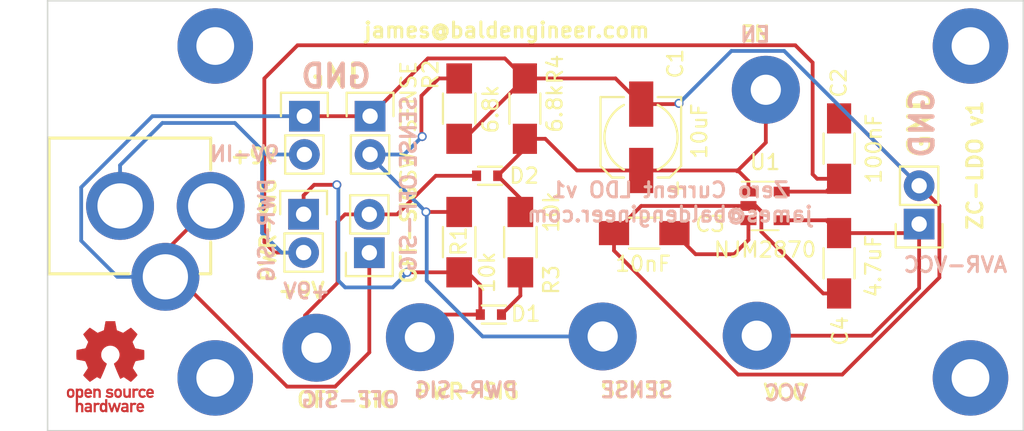
<source format=kicad_pcb>
(kicad_pcb (version 20171130) (host pcbnew "(5.1.12)-1")

  (general
    (thickness 1.6)
    (drawings 32)
    (tracks 132)
    (zones 0)
    (modules 27)
    (nets 10)
  )

  (page A4)
  (layers
    (0 F.Cu signal)
    (31 B.Cu signal)
    (32 B.Adhes user hide)
    (33 F.Adhes user hide)
    (34 B.Paste user hide)
    (35 F.Paste user hide)
    (36 B.SilkS user hide)
    (37 F.SilkS user hide)
    (38 B.Mask user hide)
    (39 F.Mask user hide)
    (40 Dwgs.User user hide)
    (41 Cmts.User user hide)
    (42 Eco1.User user hide)
    (43 Eco2.User user hide)
    (44 Edge.Cuts user)
    (45 Margin user hide)
    (46 B.CrtYd user hide)
    (47 F.CrtYd user hide)
    (48 B.Fab user hide)
    (49 F.Fab user hide)
  )

  (setup
    (last_trace_width 0.25)
    (trace_clearance 0.2)
    (zone_clearance 0.508)
    (zone_45_only no)
    (trace_min 0.127)
    (via_size 0.6)
    (via_drill 0.4)
    (via_min_size 0.254)
    (via_min_drill 0.3)
    (uvia_size 0.3)
    (uvia_drill 0.1)
    (uvias_allowed no)
    (uvia_min_size 0.2)
    (uvia_min_drill 0.1)
    (edge_width 0.1)
    (segment_width 0.2)
    (pcb_text_width 0.3)
    (pcb_text_size 1.5 1.5)
    (mod_edge_width 0.15)
    (mod_text_size 1 1)
    (mod_text_width 0.15)
    (pad_size 1.5 1.5)
    (pad_drill 0.6)
    (pad_to_mask_clearance 0)
    (aux_axis_origin 0 0)
    (visible_elements 7FFFFFFF)
    (pcbplotparams
      (layerselection 0x010f0_80000001)
      (usegerberextensions false)
      (usegerberattributes true)
      (usegerberadvancedattributes true)
      (creategerberjobfile true)
      (excludeedgelayer true)
      (linewidth 0.100000)
      (plotframeref false)
      (viasonmask false)
      (mode 1)
      (useauxorigin false)
      (hpglpennumber 1)
      (hpglpenspeed 20)
      (hpglpendiameter 15.000000)
      (psnegative false)
      (psa4output false)
      (plotreference true)
      (plotvalue true)
      (plotinvisibletext false)
      (padsonsilk false)
      (subtractmaskfromsilk false)
      (outputformat 1)
      (mirror false)
      (drillshape 0)
      (scaleselection 1)
      (outputdirectory "/Users/james/Dropbox/Projects/RetroPie SNES/RetroPie Power Board/BAC-ZC-LDO-v4/"))
  )

  (net 0 "")
  (net 1 "Net-(C1-Pad1)")
  (net 2 GND)
  (net 3 +9V)
  (net 4 "Net-(C3-Pad1)")
  (net 5 /LC-VCC)
  (net 6 /PWR-SIG)
  (net 7 "Net-(D1-Pad1)")
  (net 8 /OFF-SIG)
  (net 9 /SW-SENSE)

  (net_class Default "This is the default net class."
    (clearance 0.2)
    (trace_width 0.25)
    (via_dia 0.6)
    (via_drill 0.4)
    (uvia_dia 0.3)
    (uvia_drill 0.1)
    (add_net +9V)
    (add_net /LC-VCC)
    (add_net /OFF-SIG)
    (add_net /PWR-SIG)
    (add_net /SW-SENSE)
    (add_net GND)
    (add_net "Net-(C1-Pad1)")
    (add_net "Net-(C3-Pad1)")
    (add_net "Net-(D1-Pad1)")
  )

  (module Mounting_Holes:MountingHole_2.5mm_Pad (layer F.Cu) (tedit 58EAFFB5) (tstamp 58F1BE0F)
    (at 103 96)
    (descr "Mounting Hole 2.5mm")
    (tags "mounting hole 2.5mm")
    (fp_text reference REF**_4 (at 0 -3.5) (layer F.SilkS) hide
      (effects (font (size 1 1) (thickness 0.15)))
    )
    (fp_text value MountingHole_2.5mm_Pad (at 0 3.5) (layer F.Fab) hide
      (effects (font (size 1 1) (thickness 0.15)))
    )
    (fp_circle (center 0 0) (end 2.75 0) (layer F.CrtYd) (width 0.05))
    (fp_circle (center 0 0) (end 2.5 0) (layer Cmts.User) (width 0.15))
    (pad 1 thru_hole circle (at 0 0) (size 5 5) (drill 2.5) (layers *.Cu *.Mask))
  )

  (module Capacitors_SMD:c_elec_5x5.3 (layer F.Cu) (tedit 58EB0E56) (tstamp 58EAFE57)
    (at 131.2 102.05 90)
    (descr "SMT capacitor, aluminium electrolytic, 5x5.3")
    (path /58EAFAFA)
    (attr smd)
    (fp_text reference C1 (at 4.88 2.26 90) (layer F.SilkS)
      (effects (font (size 1 1) (thickness 0.15)))
    )
    (fp_text value 10uF (at 0.41 3.85 90) (layer F.SilkS)
      (effects (font (size 1 1) (thickness 0.15)))
    )
    (fp_line (start -1.905 2.6416) (end 2.667 2.6416) (layer F.SilkS) (width 0.15))
    (fp_line (start -2.667 1.8796) (end -1.905 2.6416) (layer F.SilkS) (width 0.15))
    (fp_line (start -1.905 -2.6924) (end -2.667 -1.9304) (layer F.SilkS) (width 0.15))
    (fp_line (start 2.667 -2.6924) (end -1.905 -2.6924) (layer F.SilkS) (width 0.15))
    (fp_line (start 3.95 2.9746) (end 3.95 -3.0254) (layer F.CrtYd) (width 0.05))
    (fp_line (start -3.95 2.9746) (end 3.95 2.9746) (layer F.CrtYd) (width 0.05))
    (fp_line (start -3.95 -3.0254) (end -3.95 2.9746) (layer F.CrtYd) (width 0.05))
    (fp_line (start 3.95 -3.0254) (end -3.95 -3.0254) (layer F.CrtYd) (width 0.05))
    (fp_line (start -2.667 -1.9304) (end -2.667 -1.143) (layer F.SilkS) (width 0.15))
    (fp_line (start -2.667 1.8796) (end -2.667 1.0922) (layer F.SilkS) (width 0.15))
    (fp_line (start 2.667 2.6416) (end 2.667 1.0922) (layer F.SilkS) (width 0.15))
    (fp_line (start 2.667 -2.6924) (end 2.667 -1.143) (layer F.SilkS) (width 0.15))
    (fp_line (start 2.5146 -2.54) (end -1.8415 -2.54) (layer F.Fab) (width 0.15))
    (fp_line (start -1.8415 -2.54) (end -2.5146 -1.8669) (layer F.Fab) (width 0.15))
    (fp_line (start -2.5146 -1.8669) (end -2.5146 1.8161) (layer F.Fab) (width 0.15))
    (fp_line (start -2.5146 1.8161) (end -1.8415 2.4892) (layer F.Fab) (width 0.15))
    (fp_line (start -1.8415 2.4892) (end 2.5146 2.4892) (layer F.Fab) (width 0.15))
    (fp_line (start 2.5146 2.4892) (end 2.5146 -2.54) (layer F.Fab) (width 0.15))
    (fp_text user + (at -1.3716 -0.0762 90) (layer F.Fab)
      (effects (font (size 1 1) (thickness 0.15)))
    )
    (fp_text user + (at -3.3782 2.3368 90) (layer F.SilkS)
      (effects (font (size 1 1) (thickness 0.15)))
    )
    (fp_arc (start 0 0) (end 2.1463 1.0922) (angle 126.0493302) (layer F.SilkS) (width 0.15))
    (fp_arc (start 0 0) (end -2.1463 -1.143) (angle 123.9080412) (layer F.SilkS) (width 0.15))
    (pad 1 smd rect (at -2.2 0 270) (size 3 1.6) (layers F.Cu F.Paste F.Mask)
      (net 1 "Net-(C1-Pad1)"))
    (pad 2 smd rect (at 2.2 0 270) (size 3 1.6) (layers F.Cu F.Paste F.Mask)
      (net 2 GND))
    (model Capacitors_SMD.3dshapes/c_elec_5x5.3.wrl
      (at (xyz 0 0 0))
      (scale (xyz 1 1 1))
      (rotate (xyz 0 0 180))
    )
  )

  (module Capacitors_SMD:C_1206_HandSoldering (layer F.Cu) (tedit 58EB0E48) (tstamp 58EAFE67)
    (at 144.3 102.8 90)
    (descr "Capacitor SMD 1206, hand soldering")
    (tags "capacitor 1206")
    (path /58EAF05B)
    (attr smd)
    (fp_text reference C2 (at 4.35 -0.02 90) (layer F.SilkS)
      (effects (font (size 1 1) (thickness 0.15)))
    )
    (fp_text value 100nF (at 0 2.3 90) (layer F.SilkS)
      (effects (font (size 1 1) (thickness 0.15)))
    )
    (fp_line (start -1 1.025) (end 1 1.025) (layer F.SilkS) (width 0.15))
    (fp_line (start 1 -1.025) (end -1 -1.025) (layer F.SilkS) (width 0.15))
    (fp_line (start 3.3 -1.15) (end 3.3 1.15) (layer F.CrtYd) (width 0.05))
    (fp_line (start -3.3 -1.15) (end -3.3 1.15) (layer F.CrtYd) (width 0.05))
    (fp_line (start -3.3 1.15) (end 3.3 1.15) (layer F.CrtYd) (width 0.05))
    (fp_line (start -3.3 -1.15) (end 3.3 -1.15) (layer F.CrtYd) (width 0.05))
    (fp_line (start -1.6 -0.8) (end 1.6 -0.8) (layer F.Fab) (width 0.15))
    (fp_line (start 1.6 -0.8) (end 1.6 0.8) (layer F.Fab) (width 0.15))
    (fp_line (start 1.6 0.8) (end -1.6 0.8) (layer F.Fab) (width 0.15))
    (fp_line (start -1.6 0.8) (end -1.6 -0.8) (layer F.Fab) (width 0.15))
    (pad 1 smd rect (at -2 0 90) (size 2 1.6) (layers F.Cu F.Paste F.Mask)
      (net 3 +9V))
    (pad 2 smd rect (at 2 0 90) (size 2 1.6) (layers F.Cu F.Paste F.Mask)
      (net 2 GND))
    (model Capacitors_SMD.3dshapes/C_1206_HandSoldering.wrl
      (at (xyz 0 0 0))
      (scale (xyz 1 1 1))
      (rotate (xyz 0 0 0))
    )
  )

  (module Capacitors_SMD:C_1206_HandSoldering (layer F.Cu) (tedit 58EB0E52) (tstamp 58EAFE77)
    (at 131.4 108.4 180)
    (descr "Capacitor SMD 1206, hand soldering")
    (tags "capacitor 1206")
    (path /58EAEEFB)
    (attr smd)
    (fp_text reference C3 (at -4.36 0.6 180) (layer F.SilkS)
      (effects (font (size 1 1) (thickness 0.15)))
    )
    (fp_text value 10nF (at 0.07 -2.04 180) (layer F.SilkS)
      (effects (font (size 1 1) (thickness 0.15)))
    )
    (fp_line (start -1 1.025) (end 1 1.025) (layer F.SilkS) (width 0.15))
    (fp_line (start 1 -1.025) (end -1 -1.025) (layer F.SilkS) (width 0.15))
    (fp_line (start 3.3 -1.15) (end 3.3 1.15) (layer F.CrtYd) (width 0.05))
    (fp_line (start -3.3 -1.15) (end -3.3 1.15) (layer F.CrtYd) (width 0.05))
    (fp_line (start -3.3 1.15) (end 3.3 1.15) (layer F.CrtYd) (width 0.05))
    (fp_line (start -3.3 -1.15) (end 3.3 -1.15) (layer F.CrtYd) (width 0.05))
    (fp_line (start -1.6 -0.8) (end 1.6 -0.8) (layer F.Fab) (width 0.15))
    (fp_line (start 1.6 -0.8) (end 1.6 0.8) (layer F.Fab) (width 0.15))
    (fp_line (start 1.6 0.8) (end -1.6 0.8) (layer F.Fab) (width 0.15))
    (fp_line (start -1.6 0.8) (end -1.6 -0.8) (layer F.Fab) (width 0.15))
    (pad 1 smd rect (at -2 0 180) (size 2 1.6) (layers F.Cu F.Paste F.Mask)
      (net 4 "Net-(C3-Pad1)"))
    (pad 2 smd rect (at 2 0 180) (size 2 1.6) (layers F.Cu F.Paste F.Mask)
      (net 2 GND))
    (model Capacitors_SMD.3dshapes/C_1206_HandSoldering.wrl
      (at (xyz 0 0 0))
      (scale (xyz 1 1 1))
      (rotate (xyz 0 0 0))
    )
  )

  (module Capacitors_SMD:C_1206_HandSoldering (layer F.Cu) (tedit 58EB0E45) (tstamp 58EAFE87)
    (at 144.3 110.4 270)
    (descr "Capacitor SMD 1206, hand soldering")
    (tags "capacitor 1206")
    (path /58EAEFC3)
    (attr smd)
    (fp_text reference C4 (at 4.49 -0.07 270) (layer F.SilkS)
      (effects (font (size 1 1) (thickness 0.15)))
    )
    (fp_text value 4.7uF (at 0.19 -2.27 270) (layer F.SilkS)
      (effects (font (size 1 1) (thickness 0.15)))
    )
    (fp_line (start -1 1.025) (end 1 1.025) (layer F.SilkS) (width 0.15))
    (fp_line (start 1 -1.025) (end -1 -1.025) (layer F.SilkS) (width 0.15))
    (fp_line (start 3.3 -1.15) (end 3.3 1.15) (layer F.CrtYd) (width 0.05))
    (fp_line (start -3.3 -1.15) (end -3.3 1.15) (layer F.CrtYd) (width 0.05))
    (fp_line (start -3.3 1.15) (end 3.3 1.15) (layer F.CrtYd) (width 0.05))
    (fp_line (start -3.3 -1.15) (end 3.3 -1.15) (layer F.CrtYd) (width 0.05))
    (fp_line (start -1.6 -0.8) (end 1.6 -0.8) (layer F.Fab) (width 0.15))
    (fp_line (start 1.6 -0.8) (end 1.6 0.8) (layer F.Fab) (width 0.15))
    (fp_line (start 1.6 0.8) (end -1.6 0.8) (layer F.Fab) (width 0.15))
    (fp_line (start -1.6 0.8) (end -1.6 -0.8) (layer F.Fab) (width 0.15))
    (pad 1 smd rect (at -2 0 270) (size 2 1.6) (layers F.Cu F.Paste F.Mask)
      (net 5 /LC-VCC))
    (pad 2 smd rect (at 2 0 270) (size 2 1.6) (layers F.Cu F.Paste F.Mask)
      (net 2 GND))
    (model Capacitors_SMD.3dshapes/C_1206_HandSoldering.wrl
      (at (xyz 0 0 0))
      (scale (xyz 1 1 1))
      (rotate (xyz 0 0 0))
    )
  )

  (module Diodes_SMD:SOD-523 (layer F.Cu) (tedit 58EB031E) (tstamp 58EAFE9D)
    (at 121.25 113.8 180)
    (descr "http://www.diodes.com/datasheets/ap02001.pdf p.144")
    (tags "Diode SOD523")
    (path /58E5CE26)
    (attr smd)
    (fp_text reference D1 (at -2.3 0.05 180) (layer F.SilkS)
      (effects (font (size 1 1) (thickness 0.15)))
    )
    (fp_text value 1SS389 (at 0 1.7 180) (layer F.Fab) hide
      (effects (font (size 1 1) (thickness 0.15)))
    )
    (fp_line (start 0.6 0.6) (end -1 0.6) (layer F.SilkS) (width 0.15))
    (fp_line (start 0.6 -0.6) (end -1 -0.6) (layer F.SilkS) (width 0.15))
    (fp_line (start 0.6 0.4) (end -0.6 0.4) (layer F.Fab) (width 0.15))
    (fp_line (start -0.6 0.4) (end -0.6 -0.4) (layer F.Fab) (width 0.15))
    (fp_line (start -0.6 -0.4) (end 0.6 -0.4) (layer F.Fab) (width 0.15))
    (fp_line (start 0.6 -0.4) (end 0.6 0.4) (layer F.Fab) (width 0.15))
    (fp_line (start -0.2 0.2) (end -0.2 -0.2) (layer F.Fab) (width 0.15))
    (fp_line (start -0.2 0) (end -0.35 0) (layer F.Fab) (width 0.15))
    (fp_line (start -0.2 0) (end 0.1 0.2) (layer F.Fab) (width 0.15))
    (fp_line (start 0.1 0.2) (end 0.1 -0.2) (layer F.Fab) (width 0.15))
    (fp_line (start 0.1 -0.2) (end -0.2 0) (layer F.Fab) (width 0.15))
    (fp_line (start 0.1 0) (end 0.25 0) (layer F.Fab) (width 0.15))
    (fp_line (start 1.25 0.75) (end -1.25 0.75) (layer F.CrtYd) (width 0.05))
    (fp_line (start -1.25 0.75) (end -1.25 -0.75) (layer F.CrtYd) (width 0.05))
    (fp_line (start -1.25 -0.75) (end 1.25 -0.75) (layer F.CrtYd) (width 0.05))
    (fp_line (start 1.25 -0.75) (end 1.25 0.75) (layer F.CrtYd) (width 0.05))
    (pad 2 smd rect (at 0.7 0) (size 0.6 0.7) (layers F.Cu F.Paste F.Mask)
      (net 6 /PWR-SIG))
    (pad 1 smd rect (at -0.7 0) (size 0.6 0.7) (layers F.Cu F.Paste F.Mask)
      (net 7 "Net-(D1-Pad1)"))
  )

  (module Diodes_SMD:SOD-523 (layer F.Cu) (tedit 58EB0C6C) (tstamp 58EAFEB3)
    (at 121 104.6 180)
    (descr "http://www.diodes.com/datasheets/ap02001.pdf p.144")
    (tags "Diode SOD523")
    (path /58EAC5F8)
    (attr smd)
    (fp_text reference D2 (at -2.45 0 180) (layer F.SilkS)
      (effects (font (size 1 1) (thickness 0.15)))
    )
    (fp_text value 1SS389 (at 0 1.7 180) (layer F.Fab) hide
      (effects (font (size 1 1) (thickness 0.15)))
    )
    (fp_line (start 0.6 0.6) (end -1 0.6) (layer F.SilkS) (width 0.15))
    (fp_line (start 0.6 -0.6) (end -1 -0.6) (layer F.SilkS) (width 0.15))
    (fp_line (start 0.6 0.4) (end -0.6 0.4) (layer F.Fab) (width 0.15))
    (fp_line (start -0.6 0.4) (end -0.6 -0.4) (layer F.Fab) (width 0.15))
    (fp_line (start -0.6 -0.4) (end 0.6 -0.4) (layer F.Fab) (width 0.15))
    (fp_line (start 0.6 -0.4) (end 0.6 0.4) (layer F.Fab) (width 0.15))
    (fp_line (start -0.2 0.2) (end -0.2 -0.2) (layer F.Fab) (width 0.15))
    (fp_line (start -0.2 0) (end -0.35 0) (layer F.Fab) (width 0.15))
    (fp_line (start -0.2 0) (end 0.1 0.2) (layer F.Fab) (width 0.15))
    (fp_line (start 0.1 0.2) (end 0.1 -0.2) (layer F.Fab) (width 0.15))
    (fp_line (start 0.1 -0.2) (end -0.2 0) (layer F.Fab) (width 0.15))
    (fp_line (start 0.1 0) (end 0.25 0) (layer F.Fab) (width 0.15))
    (fp_line (start 1.25 0.75) (end -1.25 0.75) (layer F.CrtYd) (width 0.05))
    (fp_line (start -1.25 0.75) (end -1.25 -0.75) (layer F.CrtYd) (width 0.05))
    (fp_line (start -1.25 -0.75) (end 1.25 -0.75) (layer F.CrtYd) (width 0.05))
    (fp_line (start 1.25 -0.75) (end 1.25 0.75) (layer F.CrtYd) (width 0.05))
    (pad 2 smd rect (at 0.7 0) (size 0.6 0.7) (layers F.Cu F.Paste F.Mask)
      (net 8 /OFF-SIG))
    (pad 1 smd rect (at -0.7 0) (size 0.6 0.7) (layers F.Cu F.Paste F.Mask)
      (net 1 "Net-(C1-Pad1)"))
  )

  (module Pin_Headers:Pin_Header_Straight_1x02 (layer F.Cu) (tedit 58EB0C15) (tstamp 58EAFEC4)
    (at 108.85 107.15)
    (descr "Through hole pin header")
    (tags "pin header")
    (path /58EB0238)
    (fp_text reference J1 (at 0 -5.1) (layer F.SilkS) hide
      (effects (font (size 1 1) (thickness 0.15)))
    )
    (fp_text value PWR-SIG (at -2.35 1.05 270) (layer F.Fab)
      (effects (font (size 1 1) (thickness 0.15)))
    )
    (fp_line (start -1.27 3.81) (end 1.27 3.81) (layer F.SilkS) (width 0.15))
    (fp_line (start -1.27 1.27) (end -1.27 3.81) (layer F.SilkS) (width 0.15))
    (fp_line (start -1.55 -1.55) (end 1.55 -1.55) (layer F.SilkS) (width 0.15))
    (fp_line (start -1.55 0) (end -1.55 -1.55) (layer F.SilkS) (width 0.15))
    (fp_line (start 1.27 1.27) (end -1.27 1.27) (layer F.SilkS) (width 0.15))
    (fp_line (start -1.75 4.3) (end 1.75 4.3) (layer F.CrtYd) (width 0.05))
    (fp_line (start -1.75 -1.75) (end 1.75 -1.75) (layer F.CrtYd) (width 0.05))
    (fp_line (start 1.75 -1.75) (end 1.75 4.3) (layer F.CrtYd) (width 0.05))
    (fp_line (start -1.75 -1.75) (end -1.75 4.3) (layer F.CrtYd) (width 0.05))
    (fp_line (start 1.55 -1.55) (end 1.55 0) (layer F.SilkS) (width 0.15))
    (fp_line (start 1.27 1.27) (end 1.27 3.81) (layer F.SilkS) (width 0.15))
    (pad 1 thru_hole rect (at 0 0) (size 2.032 2.032) (drill 1.016) (layers *.Cu *.Mask)
      (net 6 /PWR-SIG))
    (pad 2 thru_hole oval (at 0 2.54) (size 2.032 2.032) (drill 1.016) (layers *.Cu *.Mask)
      (net 3 +9V))
    (model Pin_Headers.3dshapes/Pin_Header_Straight_1x02.wrl
      (offset (xyz 0 -1.269999980926514 0))
      (scale (xyz 1 1 1))
      (rotate (xyz 0 0 90))
    )
  )

  (module Pin_Headers:Pin_Header_Straight_1x02 (layer F.Cu) (tedit 58EB10C2) (tstamp 58EAFED5)
    (at 113.25 100.65)
    (descr "Through hole pin header")
    (tags "pin header")
    (path /58EB0287)
    (fp_text reference J2 (at 0 -5.1) (layer F.SilkS) hide
      (effects (font (size 1 1) (thickness 0.15)))
    )
    (fp_text value SW-SENSE (at 2.55 0.4 90) (layer F.SilkS)
      (effects (font (size 1 1) (thickness 0.15)))
    )
    (fp_line (start -1.27 3.81) (end 1.27 3.81) (layer F.SilkS) (width 0.15))
    (fp_line (start -1.27 1.27) (end -1.27 3.81) (layer F.SilkS) (width 0.15))
    (fp_line (start -1.55 -1.55) (end 1.55 -1.55) (layer F.SilkS) (width 0.15))
    (fp_line (start -1.55 0) (end -1.55 -1.55) (layer F.SilkS) (width 0.15))
    (fp_line (start 1.27 1.27) (end -1.27 1.27) (layer F.SilkS) (width 0.15))
    (fp_line (start -1.75 4.3) (end 1.75 4.3) (layer F.CrtYd) (width 0.05))
    (fp_line (start -1.75 -1.75) (end 1.75 -1.75) (layer F.CrtYd) (width 0.05))
    (fp_line (start 1.75 -1.75) (end 1.75 4.3) (layer F.CrtYd) (width 0.05))
    (fp_line (start -1.75 -1.75) (end -1.75 4.3) (layer F.CrtYd) (width 0.05))
    (fp_line (start 1.55 -1.55) (end 1.55 0) (layer F.SilkS) (width 0.15))
    (fp_line (start 1.27 1.27) (end 1.27 3.81) (layer F.SilkS) (width 0.15))
    (pad 1 thru_hole rect (at 0 0) (size 2.032 2.032) (drill 1.016) (layers *.Cu *.Mask)
      (net 2 GND))
    (pad 2 thru_hole oval (at 0 2.54) (size 2.032 2.032) (drill 1.016) (layers *.Cu *.Mask)
      (net 9 /SW-SENSE))
    (model Pin_Headers.3dshapes/Pin_Header_Straight_1x02.wrl
      (offset (xyz 0 -1.269999980926514 0))
      (scale (xyz 1 1 1))
      (rotate (xyz 0 0 90))
    )
  )

  (module Pin_Headers:Pin_Header_Straight_1x02 (layer F.Cu) (tedit 58EB0873) (tstamp 58EAFEE6)
    (at 108.9 100.65)
    (descr "Through hole pin header")
    (tags "pin header")
    (path /58EB06B5)
    (fp_text reference J3 (at 0 -5.1) (layer F.SilkS) hide
      (effects (font (size 1 1) (thickness 0.15)))
    )
    (fp_text value 9V-IN (at -3.85 2.6) (layer F.Fab)
      (effects (font (size 1 1) (thickness 0.15)))
    )
    (fp_line (start -1.27 3.81) (end 1.27 3.81) (layer F.SilkS) (width 0.15))
    (fp_line (start -1.27 1.27) (end -1.27 3.81) (layer F.SilkS) (width 0.15))
    (fp_line (start -1.55 -1.55) (end 1.55 -1.55) (layer F.SilkS) (width 0.15))
    (fp_line (start -1.55 0) (end -1.55 -1.55) (layer F.SilkS) (width 0.15))
    (fp_line (start 1.27 1.27) (end -1.27 1.27) (layer F.SilkS) (width 0.15))
    (fp_line (start -1.75 4.3) (end 1.75 4.3) (layer F.CrtYd) (width 0.05))
    (fp_line (start -1.75 -1.75) (end 1.75 -1.75) (layer F.CrtYd) (width 0.05))
    (fp_line (start 1.75 -1.75) (end 1.75 4.3) (layer F.CrtYd) (width 0.05))
    (fp_line (start -1.75 -1.75) (end -1.75 4.3) (layer F.CrtYd) (width 0.05))
    (fp_line (start 1.55 -1.55) (end 1.55 0) (layer F.SilkS) (width 0.15))
    (fp_line (start 1.27 1.27) (end 1.27 3.81) (layer F.SilkS) (width 0.15))
    (pad 1 thru_hole rect (at 0 0) (size 2.032 2.032) (drill 1.016) (layers *.Cu *.Mask)
      (net 2 GND))
    (pad 2 thru_hole oval (at 0 2.54) (size 2.032 2.032) (drill 1.016) (layers *.Cu *.Mask)
      (net 3 +9V))
    (model Pin_Headers.3dshapes/Pin_Header_Straight_1x02.wrl
      (offset (xyz 0 -1.269999980926514 0))
      (scale (xyz 1 1 1))
      (rotate (xyz 0 0 90))
    )
  )

  (module Pin_Headers:Pin_Header_Straight_1x02 (layer F.Cu) (tedit 58EB032C) (tstamp 58EAFF53)
    (at 113.2 109.7 180)
    (descr "Through hole pin header")
    (tags "pin header")
    (path /58EB00AF)
    (fp_text reference J5 (at 0 -5.1 180) (layer F.SilkS) hide
      (effects (font (size 1 1) (thickness 0.15)))
    )
    (fp_text value OFF-SIG (at -2.6 1.2 270) (layer F.Fab)
      (effects (font (size 1 1) (thickness 0.15)))
    )
    (fp_line (start -1.27 3.81) (end 1.27 3.81) (layer F.SilkS) (width 0.15))
    (fp_line (start -1.27 1.27) (end -1.27 3.81) (layer F.SilkS) (width 0.15))
    (fp_line (start -1.55 -1.55) (end 1.55 -1.55) (layer F.SilkS) (width 0.15))
    (fp_line (start -1.55 0) (end -1.55 -1.55) (layer F.SilkS) (width 0.15))
    (fp_line (start 1.27 1.27) (end -1.27 1.27) (layer F.SilkS) (width 0.15))
    (fp_line (start -1.75 4.3) (end 1.75 4.3) (layer F.CrtYd) (width 0.05))
    (fp_line (start -1.75 -1.75) (end 1.75 -1.75) (layer F.CrtYd) (width 0.05))
    (fp_line (start 1.75 -1.75) (end 1.75 4.3) (layer F.CrtYd) (width 0.05))
    (fp_line (start -1.75 -1.75) (end -1.75 4.3) (layer F.CrtYd) (width 0.05))
    (fp_line (start 1.55 -1.55) (end 1.55 0) (layer F.SilkS) (width 0.15))
    (fp_line (start 1.27 1.27) (end 1.27 3.81) (layer F.SilkS) (width 0.15))
    (pad 1 thru_hole rect (at 0 0 180) (size 2.032 2.032) (drill 1.016) (layers *.Cu *.Mask)
      (net 2 GND))
    (pad 2 thru_hole oval (at 0 2.54 180) (size 2.032 2.032) (drill 1.016) (layers *.Cu *.Mask)
      (net 8 /OFF-SIG))
    (model Pin_Headers.3dshapes/Pin_Header_Straight_1x02.wrl
      (offset (xyz 0 -1.269999980926514 0))
      (scale (xyz 1 1 1))
      (rotate (xyz 0 0 90))
    )
  )

  (module Pin_Headers:Pin_Header_Straight_1x02 (layer F.Cu) (tedit 58EB0469) (tstamp 58EB00D4)
    (at 149.6 107.8 180)
    (descr "Through hole pin header")
    (tags "pin header")
    (path /58EB012F)
    (fp_text reference J10 (at 0 -5.1 180) (layer F.SilkS) hide
      (effects (font (size 1 1) (thickness 0.15)))
    )
    (fp_text value AVR-VCC (at -2.1 -2.7) (layer F.Fab)
      (effects (font (size 1 1) (thickness 0.15)))
    )
    (fp_line (start -1.27 3.81) (end 1.27 3.81) (layer F.SilkS) (width 0.15))
    (fp_line (start -1.27 1.27) (end -1.27 3.81) (layer F.SilkS) (width 0.15))
    (fp_line (start -1.55 -1.55) (end 1.55 -1.55) (layer F.SilkS) (width 0.15))
    (fp_line (start -1.55 0) (end -1.55 -1.55) (layer F.SilkS) (width 0.15))
    (fp_line (start 1.27 1.27) (end -1.27 1.27) (layer F.SilkS) (width 0.15))
    (fp_line (start -1.75 4.3) (end 1.75 4.3) (layer F.CrtYd) (width 0.05))
    (fp_line (start -1.75 -1.75) (end 1.75 -1.75) (layer F.CrtYd) (width 0.05))
    (fp_line (start 1.75 -1.75) (end 1.75 4.3) (layer F.CrtYd) (width 0.05))
    (fp_line (start -1.75 -1.75) (end -1.75 4.3) (layer F.CrtYd) (width 0.05))
    (fp_line (start 1.55 -1.55) (end 1.55 0) (layer F.SilkS) (width 0.15))
    (fp_line (start 1.27 1.27) (end 1.27 3.81) (layer F.SilkS) (width 0.15))
    (pad 1 thru_hole rect (at 0 0 180) (size 2.032 2.032) (drill 1.016) (layers *.Cu *.Mask)
      (net 5 /LC-VCC))
    (pad 2 thru_hole oval (at 0 2.54 180) (size 2.032 2.032) (drill 1.016) (layers *.Cu *.Mask)
      (net 2 GND))
    (model Pin_Headers.3dshapes/Pin_Header_Straight_1x02.wrl
      (offset (xyz 0 -1.269999980926514 0))
      (scale (xyz 1 1 1))
      (rotate (xyz 0 0 90))
    )
  )

  (module Resistors_SMD:R_1206_HandSoldering (layer F.Cu) (tedit 58EB0E74) (tstamp 58EB00E4)
    (at 119.15 109 270)
    (descr "Resistor SMD 1206, hand soldering")
    (tags "resistor 1206")
    (path /58E5CCCA)
    (attr smd)
    (fp_text reference R1 (at -0.06 0.03 270) (layer F.SilkS)
      (effects (font (size 1 1) (thickness 0.15)))
    )
    (fp_text value 10k (at 2 -1.85 270) (layer F.SilkS)
      (effects (font (size 1 1) (thickness 0.15)))
    )
    (fp_line (start -1 -1.075) (end 1 -1.075) (layer F.SilkS) (width 0.15))
    (fp_line (start 1 1.075) (end -1 1.075) (layer F.SilkS) (width 0.15))
    (fp_line (start 3.3 -1.2) (end 3.3 1.2) (layer F.CrtYd) (width 0.05))
    (fp_line (start -3.3 -1.2) (end -3.3 1.2) (layer F.CrtYd) (width 0.05))
    (fp_line (start -3.3 1.2) (end 3.3 1.2) (layer F.CrtYd) (width 0.05))
    (fp_line (start -3.3 -1.2) (end 3.3 -1.2) (layer F.CrtYd) (width 0.05))
    (fp_line (start -1.6 -0.8) (end 1.6 -0.8) (layer F.Fab) (width 0.1))
    (fp_line (start 1.6 -0.8) (end 1.6 0.8) (layer F.Fab) (width 0.1))
    (fp_line (start 1.6 0.8) (end -1.6 0.8) (layer F.Fab) (width 0.1))
    (fp_line (start -1.6 0.8) (end -1.6 -0.8) (layer F.Fab) (width 0.1))
    (pad 1 smd rect (at -2 0 270) (size 2 1.7) (layers F.Cu F.Paste F.Mask)
      (net 9 /SW-SENSE))
    (pad 2 smd rect (at 2 0 270) (size 2 1.7) (layers F.Cu F.Paste F.Mask)
      (net 6 /PWR-SIG))
    (model Resistors_SMD.3dshapes/R_1206_HandSoldering.wrl
      (at (xyz 0 0 0))
      (scale (xyz 1 1 1))
      (rotate (xyz 0 0 0))
    )
  )

  (module Resistors_SMD:R_1206_HandSoldering (layer F.Cu) (tedit 58EB0E78) (tstamp 58EB00F4)
    (at 119.15 100.15 90)
    (descr "Resistor SMD 1206, hand soldering")
    (tags "resistor 1206")
    (path /58E5CCFD)
    (attr smd)
    (fp_text reference R2 (at 2.25 -1.9 270) (layer F.SilkS)
      (effects (font (size 1 1) (thickness 0.15)))
    )
    (fp_text value 6.8k (at -0.04 2.08 90) (layer F.SilkS)
      (effects (font (size 1 1) (thickness 0.15)))
    )
    (fp_line (start -1 -1.075) (end 1 -1.075) (layer F.SilkS) (width 0.15))
    (fp_line (start 1 1.075) (end -1 1.075) (layer F.SilkS) (width 0.15))
    (fp_line (start 3.3 -1.2) (end 3.3 1.2) (layer F.CrtYd) (width 0.05))
    (fp_line (start -3.3 -1.2) (end -3.3 1.2) (layer F.CrtYd) (width 0.05))
    (fp_line (start -3.3 1.2) (end 3.3 1.2) (layer F.CrtYd) (width 0.05))
    (fp_line (start -3.3 -1.2) (end 3.3 -1.2) (layer F.CrtYd) (width 0.05))
    (fp_line (start -1.6 -0.8) (end 1.6 -0.8) (layer F.Fab) (width 0.1))
    (fp_line (start 1.6 -0.8) (end 1.6 0.8) (layer F.Fab) (width 0.1))
    (fp_line (start 1.6 0.8) (end -1.6 0.8) (layer F.Fab) (width 0.1))
    (fp_line (start -1.6 0.8) (end -1.6 -0.8) (layer F.Fab) (width 0.1))
    (pad 1 smd rect (at -2 0 90) (size 2 1.7) (layers F.Cu F.Paste F.Mask)
      (net 2 GND))
    (pad 2 smd rect (at 2 0 90) (size 2 1.7) (layers F.Cu F.Paste F.Mask)
      (net 9 /SW-SENSE))
    (model Resistors_SMD.3dshapes/R_1206_HandSoldering.wrl
      (at (xyz 0 0 0))
      (scale (xyz 1 1 1))
      (rotate (xyz 0 0 0))
    )
  )

  (module Resistors_SMD:R_1206_HandSoldering (layer F.Cu) (tedit 58EB0E6C) (tstamp 58EB0104)
    (at 123.2 109 270)
    (descr "Resistor SMD 1206, hand soldering")
    (tags "resistor 1206")
    (path /58E5E483)
    (attr smd)
    (fp_text reference R3 (at 2.5 -2.05 270) (layer F.SilkS)
      (effects (font (size 1 1) (thickness 0.15)))
    )
    (fp_text value 10k (at -2 -2.05 270) (layer F.SilkS)
      (effects (font (size 1 1) (thickness 0.15)))
    )
    (fp_line (start -1 -1.075) (end 1 -1.075) (layer F.SilkS) (width 0.15))
    (fp_line (start 1 1.075) (end -1 1.075) (layer F.SilkS) (width 0.15))
    (fp_line (start 3.3 -1.2) (end 3.3 1.2) (layer F.CrtYd) (width 0.05))
    (fp_line (start -3.3 -1.2) (end -3.3 1.2) (layer F.CrtYd) (width 0.05))
    (fp_line (start -3.3 1.2) (end 3.3 1.2) (layer F.CrtYd) (width 0.05))
    (fp_line (start -3.3 -1.2) (end 3.3 -1.2) (layer F.CrtYd) (width 0.05))
    (fp_line (start -1.6 -0.8) (end 1.6 -0.8) (layer F.Fab) (width 0.1))
    (fp_line (start 1.6 -0.8) (end 1.6 0.8) (layer F.Fab) (width 0.1))
    (fp_line (start 1.6 0.8) (end -1.6 0.8) (layer F.Fab) (width 0.1))
    (fp_line (start -1.6 0.8) (end -1.6 -0.8) (layer F.Fab) (width 0.1))
    (pad 1 smd rect (at -2 0 270) (size 2 1.7) (layers F.Cu F.Paste F.Mask)
      (net 1 "Net-(C1-Pad1)"))
    (pad 2 smd rect (at 2 0 270) (size 2 1.7) (layers F.Cu F.Paste F.Mask)
      (net 7 "Net-(D1-Pad1)"))
    (model Resistors_SMD.3dshapes/R_1206_HandSoldering.wrl
      (at (xyz 0 0 0))
      (scale (xyz 1 1 1))
      (rotate (xyz 0 0 0))
    )
  )

  (module Capacitors_SMD:C_1206_HandSoldering (layer F.Cu) (tedit 58EB0E5D) (tstamp 58EB0114)
    (at 123.5 100.15 270)
    (descr "Capacitor SMD 1206, hand soldering")
    (tags "capacitor 1206")
    (path /58E6B772)
    (attr smd)
    (fp_text reference R4 (at -2.6 -2 270) (layer F.SilkS)
      (effects (font (size 1 1) (thickness 0.15)))
    )
    (fp_text value 6.8k (at -0.01 -1.97 270) (layer F.SilkS)
      (effects (font (size 1 1) (thickness 0.15)))
    )
    (fp_line (start -1 1.025) (end 1 1.025) (layer F.SilkS) (width 0.15))
    (fp_line (start 1 -1.025) (end -1 -1.025) (layer F.SilkS) (width 0.15))
    (fp_line (start 3.3 -1.15) (end 3.3 1.15) (layer F.CrtYd) (width 0.05))
    (fp_line (start -3.3 -1.15) (end -3.3 1.15) (layer F.CrtYd) (width 0.05))
    (fp_line (start -3.3 1.15) (end 3.3 1.15) (layer F.CrtYd) (width 0.05))
    (fp_line (start -3.3 -1.15) (end 3.3 -1.15) (layer F.CrtYd) (width 0.05))
    (fp_line (start -1.6 -0.8) (end 1.6 -0.8) (layer F.Fab) (width 0.15))
    (fp_line (start 1.6 -0.8) (end 1.6 0.8) (layer F.Fab) (width 0.15))
    (fp_line (start 1.6 0.8) (end -1.6 0.8) (layer F.Fab) (width 0.15))
    (fp_line (start -1.6 0.8) (end -1.6 -0.8) (layer F.Fab) (width 0.15))
    (pad 1 smd rect (at -2 0 270) (size 2 1.6) (layers F.Cu F.Paste F.Mask)
      (net 2 GND))
    (pad 2 smd rect (at 2 0 270) (size 2 1.6) (layers F.Cu F.Paste F.Mask)
      (net 1 "Net-(C1-Pad1)"))
    (model Capacitors_SMD.3dshapes/C_1206_HandSoldering.wrl
      (at (xyz 0 0 0))
      (scale (xyz 1 1 1))
      (rotate (xyz 0 0 0))
    )
  )

  (module TO_SOT_Packages_SMD:SOT-23-5 (layer F.Cu) (tedit 58EB0E4E) (tstamp 58EB0127)
    (at 139.4 106.6)
    (descr "5-pin SOT23 package")
    (tags SOT-23-5)
    (path /58EAEC14)
    (attr smd)
    (fp_text reference U1 (at 0 -2.9) (layer F.SilkS)
      (effects (font (size 1 1) (thickness 0.15)))
    )
    (fp_text value NJM2870 (at 0 2.9) (layer F.SilkS)
      (effects (font (size 1 1) (thickness 0.15)))
    )
    (fp_line (start 0.9 -1.55) (end 0.9 1.55) (layer F.Fab) (width 0.15))
    (fp_line (start 0.9 1.55) (end -0.9 1.55) (layer F.Fab) (width 0.15))
    (fp_line (start -0.9 -1.55) (end -0.9 1.55) (layer F.Fab) (width 0.15))
    (fp_line (start 0.9 -1.55) (end -0.9 -1.55) (layer F.Fab) (width 0.15))
    (fp_line (start -1.9 1.8) (end -1.9 -1.8) (layer F.CrtYd) (width 0.05))
    (fp_line (start 1.9 1.8) (end -1.9 1.8) (layer F.CrtYd) (width 0.05))
    (fp_line (start 1.9 -1.8) (end 1.9 1.8) (layer F.CrtYd) (width 0.05))
    (fp_line (start -1.9 -1.8) (end 1.9 -1.8) (layer F.CrtYd) (width 0.05))
    (fp_line (start 0.9 -1.61) (end -1.55 -1.61) (layer F.SilkS) (width 0.12))
    (fp_line (start -0.9 1.61) (end 0.9 1.61) (layer F.SilkS) (width 0.12))
    (pad 1 smd rect (at -1.1 -0.95) (size 1.06 0.65) (layers F.Cu F.Paste F.Mask)
      (net 1 "Net-(C1-Pad1)"))
    (pad 2 smd rect (at -1.1 0) (size 1.06 0.65) (layers F.Cu F.Paste F.Mask)
      (net 2 GND))
    (pad 3 smd rect (at -1.1 0.95) (size 1.06 0.65) (layers F.Cu F.Paste F.Mask)
      (net 4 "Net-(C3-Pad1)"))
    (pad 4 smd rect (at 1.1 0.95) (size 1.06 0.65) (layers F.Cu F.Paste F.Mask)
      (net 5 /LC-VCC))
    (pad 5 smd rect (at 1.1 -0.95) (size 1.06 0.65) (layers F.Cu F.Paste F.Mask)
      (net 3 +9V))
    (model TO_SOT_Packages_SMD.3dshapes/SOT-23-5.wrl
      (at (xyz 0 0 0))
      (scale (xyz 1 1 1))
      (rotate (xyz 0 0 0))
    )
  )

  (module Wire_Pads:SolderWirePad_single_2mmDrill (layer F.Cu) (tedit 58EB0341) (tstamp 58EB097E)
    (at 128.65 115.25)
    (path /58EB0B5A)
    (fp_text reference J4 (at 0 -3.81) (layer F.SilkS) hide
      (effects (font (size 1 1) (thickness 0.15)))
    )
    (fp_text value SENSE (at 2.23 3.53) (layer F.Fab)
      (effects (font (size 1 1) (thickness 0.15)))
    )
    (pad 1 thru_hole circle (at 0 0) (size 4.50088 4.50088) (drill 1.99898) (layers *.Cu *.Mask)
      (net 9 /SW-SENSE))
  )

  (module Wire_Pads:SolderWirePad_single_2mmDrill (layer F.Cu) (tedit 58EB04B9) (tstamp 58EB0982)
    (at 116.55 115.3)
    (path /58EB0B05)
    (fp_text reference J6 (at 0 -3.81) (layer F.SilkS) hide
      (effects (font (size 1 1) (thickness 0.15)))
    )
    (fp_text value TEST_1P (at 2.8 3.4) (layer F.Fab) hide
      (effects (font (size 1 1) (thickness 0.15)))
    )
    (pad 1 thru_hole circle (at 0 0) (size 4.50088 4.50088) (drill 1.99898) (layers *.Cu *.Mask)
      (net 6 /PWR-SIG))
  )

  (module Wire_Pads:SolderWirePad_single_2mmDrill (layer F.Cu) (tedit 58EB033D) (tstamp 58EB0986)
    (at 109.7 116)
    (path /58EB0BBC)
    (fp_text reference J7 (at 0 -3.81) (layer F.SilkS) hide
      (effects (font (size 1 1) (thickness 0.15)))
    )
    (fp_text value OFF-SIG (at 1.95 3.45) (layer F.Fab)
      (effects (font (size 1 1) (thickness 0.15)))
    )
    (pad 1 thru_hole circle (at 0 0) (size 4.50088 4.50088) (drill 1.99898) (layers *.Cu *.Mask)
      (net 8 /OFF-SIG))
  )

  (module Wire_Pads:SolderWirePad_single_2mmDrill (layer F.Cu) (tedit 58EB0367) (tstamp 58EB098A)
    (at 139.45 98.9)
    (path /58EB0A7F)
    (fp_text reference J8 (at 0 -3.81) (layer F.SilkS) hide
      (effects (font (size 1 1) (thickness 0.15)))
    )
    (fp_text value EN (at -0.71 -3.68) (layer F.Fab)
      (effects (font (size 1 1) (thickness 0.15)))
    )
    (pad 1 thru_hole circle (at 0 0) (size 4.50088 4.50088) (drill 1.99898) (layers *.Cu *.Mask)
      (net 1 "Net-(C1-Pad1)"))
  )

  (module Wire_Pads:SolderWirePad_single_2mmDrill (layer F.Cu) (tedit 58EB0348) (tstamp 58EB098E)
    (at 138.85 115.2)
    (path /58EB0C22)
    (fp_text reference J9 (at 0 -3.81) (layer F.SilkS) hide
      (effects (font (size 1 1) (thickness 0.15)))
    )
    (fp_text value VCC (at 1.89 3.72) (layer F.Fab)
      (effects (font (size 1 1) (thickness 0.15)))
    )
    (pad 1 thru_hole circle (at 0 0) (size 4.50088 4.50088) (drill 1.99898) (layers *.Cu *.Mask)
      (net 5 /LC-VCC))
  )

  (module Mounting_Holes:MountingHole_2.5mm_Pad (layer F.Cu) (tedit 58EAFFBE) (tstamp 58F1BE23)
    (at 103 118)
    (descr "Mounting Hole 2.5mm")
    (tags "mounting hole 2.5mm")
    (fp_text reference REF**_3 (at 0 -3.5) (layer F.SilkS) hide
      (effects (font (size 1 1) (thickness 0.15)))
    )
    (fp_text value MountingHole_2.5mm_Pad (at 0 3.5) (layer F.Fab) hide
      (effects (font (size 1 1) (thickness 0.15)))
    )
    (fp_circle (center 0 0) (end 2.75 0) (layer F.CrtYd) (width 0.05))
    (fp_circle (center 0 0) (end 2.5 0) (layer Cmts.User) (width 0.15))
    (pad 1 thru_hole circle (at 0 0) (size 5 5) (drill 2.5) (layers *.Cu *.Mask))
  )

  (module Mounting_Holes:MountingHole_2.5mm_Pad (layer F.Cu) (tedit 58EAFFC7) (tstamp 58F1BE30)
    (at 153 118)
    (descr "Mounting Hole 2.5mm")
    (tags "mounting hole 2.5mm")
    (fp_text reference REF**_2 (at 0 -3.5) (layer F.SilkS) hide
      (effects (font (size 1 1) (thickness 0.15)))
    )
    (fp_text value MountingHole_2.5mm_Pad (at 0 3.5) (layer F.Fab) hide
      (effects (font (size 1 1) (thickness 0.15)))
    )
    (fp_circle (center 0 0) (end 2.75 0) (layer F.CrtYd) (width 0.05))
    (fp_circle (center 0 0) (end 2.5 0) (layer Cmts.User) (width 0.15))
    (pad 1 thru_hole circle (at 0 0) (size 5 5) (drill 2.5) (layers *.Cu *.Mask))
  )

  (module Mounting_Holes:MountingHole_2.5mm_Pad (layer F.Cu) (tedit 58EAFFCE) (tstamp 58F1BE3D)
    (at 153 96)
    (descr "Mounting Hole 2.5mm")
    (tags "mounting hole 2.5mm")
    (fp_text reference REF** (at 0 -3.5) (layer F.SilkS) hide
      (effects (font (size 1 1) (thickness 0.15)))
    )
    (fp_text value MountingHole_2.5mm_Pad (at 0 3.5) (layer F.Fab) hide
      (effects (font (size 1 1) (thickness 0.15)))
    )
    (fp_circle (center 0 0) (end 2.75 0) (layer F.CrtYd) (width 0.05))
    (fp_circle (center 0 0) (end 2.5 0) (layer Cmts.User) (width 0.15))
    (pad 1 thru_hole circle (at 0 0) (size 5 5) (drill 2.5) (layers *.Cu *.Mask))
  )

  (module freetronics_footprints:POWER_JACK_PTH (layer F.Cu) (tedit 0) (tstamp 58F1C45A)
    (at 89 106.6 270)
    (path /58EB1628)
    (fp_text reference J11 (at -1.016 -4.318 270) (layer Eco1.User)
      (effects (font (size 0.4064 0.4064) (thickness 0.03048)))
    )
    (fp_text value 9V-BJ (at -2.5908 -3.6068 270) (layer Eco1.User)
      (effects (font (size 0.4064 0.4064) (thickness 0.03048)))
    )
    (fp_line (start -4.49834 -2.99974) (end 4.49834 -2.99974) (layer F.SilkS) (width 0.2032))
    (fp_line (start -4.49834 -13.69822) (end -2.39776 -13.69822) (layer F.SilkS) (width 0.2032))
    (fp_line (start -4.49834 -2.99974) (end -4.49834 -13.69822) (layer F.SilkS) (width 0.2032))
    (fp_line (start 4.49834 -13.69822) (end 4.49834 -12.99972) (layer F.SilkS) (width 0.2032))
    (fp_line (start 4.49834 -2.99974) (end 4.49834 -8.29818) (layer F.SilkS) (width 0.2032))
    (fp_line (start 4.49834 -0.09906) (end -4.49834 -0.09906) (layer Cmts.User) (width 0.2032))
    (fp_line (start 4.49834 -0.09906) (end 4.49834 -2.99974) (layer Cmts.User) (width 0.2032))
    (fp_line (start -4.49834 -2.99974) (end -4.49834 -0.09906) (layer Cmts.User) (width 0.2032))
    (fp_line (start 4.49834 -13.69822) (end 2.39776 -13.69822) (layer F.SilkS) (width 0.2032))
    (pad 2 thru_hole oval (at 0 -13.69822 270) (size 4.4958 4.4958) (drill 2.9972) (layers *.Cu *.Mask)
      (net 2 GND))
    (pad 1 thru_hole oval (at 0 -7.69874 270) (size 4.4958 4.4958) (drill 2.9972) (layers *.Cu *.Mask)
      (net 3 +9V))
    (pad 3 thru_hole oval (at 4.699 -10.69848) (size 4.4958 4.4958) (drill 2.9972) (layers *.Cu *.Mask)
      (net 2 GND))
  )

  (module Symbols:OSHW-Logo_5.7x6mm_Copper (layer F.Cu) (tedit 0) (tstamp 58F40164)
    (at 96.05 117.25)
    (descr "Open Source Hardware Logo")
    (tags "Logo OSHW")
    (attr virtual)
    (fp_text reference REF*** (at 0 0) (layer F.SilkS) hide
      (effects (font (size 1 1) (thickness 0.15)))
    )
    (fp_text value OSHW-Logo_5.7x6mm_Copper (at 0.75 0) (layer F.Fab) hide
      (effects (font (size 1 1) (thickness 0.15)))
    )
    (fp_poly (pts (xy 0.376964 -2.709982) (xy 0.433812 -2.40843) (xy 0.853338 -2.235488) (xy 1.104984 -2.406605)
      (xy 1.175458 -2.45425) (xy 1.239163 -2.49679) (xy 1.293126 -2.532285) (xy 1.334373 -2.55879)
      (xy 1.359934 -2.574364) (xy 1.366895 -2.577722) (xy 1.379435 -2.569086) (xy 1.406231 -2.545208)
      (xy 1.44428 -2.509141) (xy 1.490579 -2.463933) (xy 1.542123 -2.412636) (xy 1.595909 -2.358299)
      (xy 1.648935 -2.303972) (xy 1.698195 -2.252705) (xy 1.740687 -2.207549) (xy 1.773407 -2.171554)
      (xy 1.793351 -2.14777) (xy 1.798119 -2.13981) (xy 1.791257 -2.125135) (xy 1.77202 -2.092986)
      (xy 1.74243 -2.046508) (xy 1.70451 -1.988844) (xy 1.660282 -1.92314) (xy 1.634654 -1.885664)
      (xy 1.587941 -1.817232) (xy 1.546432 -1.75548) (xy 1.51214 -1.703481) (xy 1.48708 -1.664308)
      (xy 1.473264 -1.641035) (xy 1.471188 -1.636145) (xy 1.475895 -1.622245) (xy 1.488723 -1.58985)
      (xy 1.507738 -1.543515) (xy 1.531003 -1.487794) (xy 1.556584 -1.427242) (xy 1.582545 -1.366414)
      (xy 1.60695 -1.309864) (xy 1.627863 -1.262148) (xy 1.643349 -1.227819) (xy 1.651472 -1.211432)
      (xy 1.651952 -1.210788) (xy 1.664707 -1.207659) (xy 1.698677 -1.200679) (xy 1.75034 -1.190533)
      (xy 1.816176 -1.177908) (xy 1.892664 -1.163491) (xy 1.93729 -1.155177) (xy 2.019021 -1.139616)
      (xy 2.092843 -1.124808) (xy 2.155021 -1.111564) (xy 2.201822 -1.100695) (xy 2.229509 -1.093011)
      (xy 2.235074 -1.090573) (xy 2.240526 -1.07407) (xy 2.244924 -1.0368) (xy 2.248272 -0.98312)
      (xy 2.250574 -0.917388) (xy 2.251832 -0.843963) (xy 2.252048 -0.767204) (xy 2.251227 -0.691468)
      (xy 2.249371 -0.621114) (xy 2.246482 -0.5605) (xy 2.242565 -0.513984) (xy 2.237622 -0.485925)
      (xy 2.234657 -0.480084) (xy 2.216934 -0.473083) (xy 2.179381 -0.463073) (xy 2.126964 -0.451231)
      (xy 2.064652 -0.438733) (xy 2.0429 -0.43469) (xy 1.938024 -0.41548) (xy 1.85518 -0.400009)
      (xy 1.79163 -0.387663) (xy 1.744637 -0.377827) (xy 1.711463 -0.369886) (xy 1.689371 -0.363224)
      (xy 1.675624 -0.357227) (xy 1.667484 -0.351281) (xy 1.666345 -0.350106) (xy 1.654977 -0.331174)
      (xy 1.637635 -0.294331) (xy 1.61605 -0.244087) (xy 1.591954 -0.184954) (xy 1.567079 -0.121444)
      (xy 1.543157 -0.058068) (xy 1.521919 0.000662) (xy 1.505097 0.050235) (xy 1.494422 0.086139)
      (xy 1.491627 0.103862) (xy 1.49186 0.104483) (xy 1.501331 0.11897) (xy 1.522818 0.150844)
      (xy 1.554063 0.196789) (xy 1.592807 0.253485) (xy 1.636793 0.317617) (xy 1.649319 0.335842)
      (xy 1.693984 0.401914) (xy 1.733288 0.4622) (xy 1.765088 0.513235) (xy 1.787245 0.55156)
      (xy 1.797617 0.573711) (xy 1.798119 0.576432) (xy 1.789405 0.590736) (xy 1.765325 0.619072)
      (xy 1.728976 0.658396) (xy 1.683453 0.705661) (xy 1.631852 0.757823) (xy 1.577267 0.811835)
      (xy 1.522794 0.864653) (xy 1.471529 0.913231) (xy 1.426567 0.954523) (xy 1.391004 0.985485)
      (xy 1.367935 1.00307) (xy 1.361554 1.005941) (xy 1.346699 0.999178) (xy 1.316286 0.980939)
      (xy 1.275268 0.954297) (xy 1.243709 0.932852) (xy 1.186525 0.893503) (xy 1.118806 0.847171)
      (xy 1.05088 0.800913) (xy 1.014361 0.776155) (xy 0.890752 0.692547) (xy 0.786991 0.74865)
      (xy 0.73972 0.773228) (xy 0.699523 0.792331) (xy 0.672326 0.803227) (xy 0.665402 0.804743)
      (xy 0.657077 0.793549) (xy 0.640654 0.761917) (xy 0.617357 0.712765) (xy 0.588414 0.64901)
      (xy 0.55505 0.573571) (xy 0.518491 0.489364) (xy 0.479964 0.399308) (xy 0.440694 0.306321)
      (xy 0.401908 0.21332) (xy 0.36483 0.123223) (xy 0.330689 0.038948) (xy 0.300708 -0.036587)
      (xy 0.276116 -0.100466) (xy 0.258136 -0.149769) (xy 0.247997 -0.181579) (xy 0.246366 -0.192504)
      (xy 0.259291 -0.206439) (xy 0.287589 -0.22906) (xy 0.325346 -0.255667) (xy 0.328515 -0.257772)
      (xy 0.4261 -0.335886) (xy 0.504786 -0.427018) (xy 0.563891 -0.528255) (xy 0.602732 -0.636682)
      (xy 0.620628 -0.749386) (xy 0.616897 -0.863452) (xy 0.590857 -0.975966) (xy 0.541825 -1.084015)
      (xy 0.5274 -1.107655) (xy 0.452369 -1.203113) (xy 0.36373 -1.279768) (xy 0.264549 -1.33722)
      (xy 0.157895 -1.375071) (xy 0.046836 -1.392922) (xy -0.065561 -1.390375) (xy -0.176227 -1.36703)
      (xy -0.282094 -1.32249) (xy -0.380095 -1.256355) (xy -0.41041 -1.229513) (xy -0.487562 -1.145488)
      (xy -0.543782 -1.057034) (xy -0.582347 -0.957885) (xy -0.603826 -0.859697) (xy -0.609128 -0.749303)
      (xy -0.591448 -0.63836) (xy -0.552581 -0.530619) (xy -0.494323 -0.429831) (xy -0.418469 -0.339744)
      (xy -0.326817 -0.264108) (xy -0.314772 -0.256136) (xy -0.276611 -0.230026) (xy -0.247601 -0.207405)
      (xy -0.233732 -0.192961) (xy -0.233531 -0.192504) (xy -0.236508 -0.176879) (xy -0.248311 -0.141418)
      (xy -0.267714 -0.089038) (xy -0.293488 -0.022655) (xy -0.324409 0.054814) (xy -0.359249 0.14045)
      (xy -0.396783 0.231337) (xy -0.435783 0.324559) (xy -0.475023 0.417197) (xy -0.513276 0.506335)
      (xy -0.549317 0.589055) (xy -0.581917 0.662441) (xy -0.609852 0.723575) (xy -0.631895 0.769541)
      (xy -0.646818 0.797421) (xy -0.652828 0.804743) (xy -0.671191 0.799041) (xy -0.705552 0.783749)
      (xy -0.749984 0.761599) (xy -0.774417 0.74865) (xy -0.878178 0.692547) (xy -1.001787 0.776155)
      (xy -1.064886 0.818987) (xy -1.13397 0.866122) (xy -1.198707 0.910503) (xy -1.231134 0.932852)
      (xy -1.276741 0.963477) (xy -1.31536 0.987747) (xy -1.341952 1.002587) (xy -1.35059 1.005724)
      (xy -1.363161 0.997261) (xy -1.390984 0.973636) (xy -1.431361 0.937302) (xy -1.481595 0.890711)
      (xy -1.538988 0.836317) (xy -1.575286 0.801392) (xy -1.63879 0.738996) (xy -1.693673 0.683188)
      (xy -1.737714 0.636354) (xy -1.768695 0.600882) (xy -1.784398 0.579161) (xy -1.785905 0.574752)
      (xy -1.778914 0.557985) (xy -1.759594 0.524082) (xy -1.730091 0.476476) (xy -1.692545 0.418599)
      (xy -1.6491 0.353884) (xy -1.636745 0.335842) (xy -1.591727 0.270267) (xy -1.55134 0.211228)
      (xy -1.51784 0.162042) (xy -1.493486 0.126028) (xy -1.480536 0.106502) (xy -1.479285 0.104483)
      (xy -1.481156 0.088922) (xy -1.491087 0.054709) (xy -1.507347 0.006355) (xy -1.528205 -0.051629)
      (xy -1.551927 -0.11473) (xy -1.576784 -0.178437) (xy -1.601042 -0.238239) (xy -1.622971 -0.289624)
      (xy -1.640838 -0.328081) (xy -1.652913 -0.349098) (xy -1.653771 -0.350106) (xy -1.661154 -0.356112)
      (xy -1.673625 -0.362052) (xy -1.69392 -0.36854) (xy -1.724778 -0.376191) (xy -1.768934 -0.38562)
      (xy -1.829126 -0.397441) (xy -1.908093 -0.412271) (xy -2.00857 -0.430723) (xy -2.030325 -0.43469)
      (xy -2.094802 -0.447147) (xy -2.151011 -0.459334) (xy -2.193987 -0.470074) (xy -2.21876 -0.478191)
      (xy -2.222082 -0.480084) (xy -2.227556 -0.496862) (xy -2.232006 -0.534355) (xy -2.235428 -0.588206)
      (xy -2.237819 -0.654056) (xy -2.239177 -0.727547) (xy -2.239499 -0.80432) (xy -2.238781 -0.880017)
      (xy -2.237021 -0.95028) (xy -2.234216 -1.01075) (xy -2.230362 -1.05707) (xy -2.225457 -1.084881)
      (xy -2.2225 -1.090573) (xy -2.206037 -1.096314) (xy -2.168551 -1.105655) (xy -2.113775 -1.117785)
      (xy -2.045445 -1.131893) (xy -1.967294 -1.14717) (xy -1.924716 -1.155177) (xy -1.843929 -1.170279)
      (xy -1.771887 -1.18396) (xy -1.712111 -1.195533) (xy -1.668121 -1.204313) (xy -1.643439 -1.209613)
      (xy -1.639377 -1.210788) (xy -1.632511 -1.224035) (xy -1.617998 -1.255943) (xy -1.597771 -1.301953)
      (xy -1.573766 -1.357508) (xy -1.547918 -1.418047) (xy -1.52216 -1.479014) (xy -1.498427 -1.535849)
      (xy -1.478654 -1.583994) (xy -1.464776 -1.61889) (xy -1.458726 -1.635979) (xy -1.458614 -1.636726)
      (xy -1.465472 -1.650207) (xy -1.484698 -1.68123) (xy -1.514272 -1.726711) (xy -1.552173 -1.783568)
      (xy -1.59638 -1.848717) (xy -1.622079 -1.886138) (xy -1.668907 -1.954753) (xy -1.710499 -2.017048)
      (xy -1.744825 -2.069871) (xy -1.769857 -2.110073) (xy -1.783565 -2.1345) (xy -1.785544 -2.139976)
      (xy -1.777034 -2.152722) (xy -1.753507 -2.179937) (xy -1.717968 -2.218572) (xy -1.673423 -2.265577)
      (xy -1.622877 -2.317905) (xy -1.569336 -2.372505) (xy -1.515805 -2.42633) (xy -1.465289 -2.47633)
      (xy -1.420794 -2.519457) (xy -1.385325 -2.552661) (xy -1.361887 -2.572894) (xy -1.354046 -2.577722)
      (xy -1.34128 -2.570933) (xy -1.310744 -2.551858) (xy -1.26541 -2.522439) (xy -1.208244 -2.484619)
      (xy -1.142216 -2.440339) (xy -1.09241 -2.406605) (xy -0.840764 -2.235488) (xy -0.631001 -2.321959)
      (xy -0.421237 -2.40843) (xy -0.364389 -2.709982) (xy -0.30754 -3.011534) (xy 0.320115 -3.011534)
      (xy 0.376964 -2.709982)) (layer F.Cu) (width 0.01))
    (fp_poly (pts (xy 1.79946 1.45803) (xy 1.842711 1.471245) (xy 1.870558 1.487941) (xy 1.879629 1.501145)
      (xy 1.877132 1.516797) (xy 1.860931 1.541385) (xy 1.847232 1.5588) (xy 1.818992 1.590283)
      (xy 1.797775 1.603529) (xy 1.779688 1.602664) (xy 1.726035 1.58901) (xy 1.68663 1.58963)
      (xy 1.654632 1.605104) (xy 1.64389 1.614161) (xy 1.609505 1.646027) (xy 1.609505 2.062179)
      (xy 1.471188 2.062179) (xy 1.471188 1.458614) (xy 1.540347 1.458614) (xy 1.581869 1.460256)
      (xy 1.603291 1.466087) (xy 1.609502 1.477461) (xy 1.609505 1.477798) (xy 1.612439 1.489713)
      (xy 1.625704 1.488159) (xy 1.644084 1.479563) (xy 1.682046 1.463568) (xy 1.712872 1.453945)
      (xy 1.752536 1.451478) (xy 1.79946 1.45803)) (layer F.Cu) (width 0.01))
    (fp_poly (pts (xy -0.754012 1.469002) (xy -0.722717 1.48395) (xy -0.692409 1.505541) (xy -0.669318 1.530391)
      (xy -0.6525 1.562087) (xy -0.641006 1.604214) (xy -0.633891 1.660358) (xy -0.630207 1.734106)
      (xy -0.629008 1.829044) (xy -0.628989 1.838985) (xy -0.628713 2.062179) (xy -0.76703 2.062179)
      (xy -0.76703 1.856418) (xy -0.767128 1.780189) (xy -0.767809 1.724939) (xy -0.769651 1.686501)
      (xy -0.773233 1.660706) (xy -0.779132 1.643384) (xy -0.787927 1.630368) (xy -0.80018 1.617507)
      (xy -0.843047 1.589873) (xy -0.889843 1.584745) (xy -0.934424 1.602217) (xy -0.949928 1.615221)
      (xy -0.96131 1.627447) (xy -0.969481 1.64054) (xy -0.974974 1.658615) (xy -0.97832 1.685787)
      (xy -0.980051 1.72617) (xy -0.980697 1.783879) (xy -0.980792 1.854132) (xy -0.980792 2.062179)
      (xy -1.119109 2.062179) (xy -1.119109 1.458614) (xy -1.04995 1.458614) (xy -1.008428 1.460256)
      (xy -0.987006 1.466087) (xy -0.980795 1.477461) (xy -0.980792 1.477798) (xy -0.97791 1.488938)
      (xy -0.965199 1.487674) (xy -0.939926 1.475434) (xy -0.882605 1.457424) (xy -0.817037 1.455421)
      (xy -0.754012 1.469002)) (layer F.Cu) (width 0.01))
    (fp_poly (pts (xy 2.677898 1.456457) (xy 2.710096 1.464279) (xy 2.771825 1.492921) (xy 2.82461 1.536667)
      (xy 2.861141 1.589117) (xy 2.86616 1.600893) (xy 2.873045 1.63174) (xy 2.877864 1.677371)
      (xy 2.879505 1.723492) (xy 2.879505 1.810693) (xy 2.697178 1.810693) (xy 2.621979 1.810978)
      (xy 2.569003 1.812704) (xy 2.535325 1.817181) (xy 2.51802 1.82572) (xy 2.514163 1.83963)
      (xy 2.520829 1.860222) (xy 2.53277 1.884315) (xy 2.56608 1.924525) (xy 2.612368 1.944558)
      (xy 2.668944 1.943905) (xy 2.733031 1.922101) (xy 2.788417 1.895193) (xy 2.834375 1.931532)
      (xy 2.880333 1.967872) (xy 2.837096 2.007819) (xy 2.779374 2.045563) (xy 2.708386 2.06832)
      (xy 2.632029 2.074688) (xy 2.558199 2.063268) (xy 2.546287 2.059393) (xy 2.481399 2.025506)
      (xy 2.43313 1.974986) (xy 2.400465 1.906325) (xy 2.382385 1.818014) (xy 2.382175 1.816121)
      (xy 2.380556 1.719878) (xy 2.3871 1.685542) (xy 2.514852 1.685542) (xy 2.526584 1.690822)
      (xy 2.558438 1.694867) (xy 2.605397 1.697176) (xy 2.635154 1.697525) (xy 2.690648 1.697306)
      (xy 2.725346 1.695916) (xy 2.743601 1.692251) (xy 2.749766 1.68521) (xy 2.748195 1.67369)
      (xy 2.746878 1.669233) (xy 2.724382 1.627355) (xy 2.689003 1.593604) (xy 2.65778 1.578773)
      (xy 2.616301 1.579668) (xy 2.574269 1.598164) (xy 2.539012 1.628786) (xy 2.517854 1.666062)
      (xy 2.514852 1.685542) (xy 2.3871 1.685542) (xy 2.39669 1.635229) (xy 2.428698 1.564191)
      (xy 2.474701 1.508779) (xy 2.532821 1.471009) (xy 2.60118 1.452896) (xy 2.677898 1.456457)) (layer F.Cu) (width 0.01))
    (fp_poly (pts (xy 2.217226 1.46388) (xy 2.29008 1.49483) (xy 2.313027 1.509895) (xy 2.342354 1.533048)
      (xy 2.360764 1.551253) (xy 2.363961 1.557183) (xy 2.354935 1.57034) (xy 2.331837 1.592667)
      (xy 2.313344 1.60825) (xy 2.262728 1.648926) (xy 2.22276 1.615295) (xy 2.191874 1.593584)
      (xy 2.161759 1.58609) (xy 2.127292 1.58792) (xy 2.072561 1.601528) (xy 2.034886 1.629772)
      (xy 2.011991 1.675433) (xy 2.001597 1.741289) (xy 2.001595 1.741331) (xy 2.002494 1.814939)
      (xy 2.016463 1.868946) (xy 2.044328 1.905716) (xy 2.063325 1.918168) (xy 2.113776 1.933673)
      (xy 2.167663 1.933683) (xy 2.214546 1.918638) (xy 2.225644 1.911287) (xy 2.253476 1.892511)
      (xy 2.275236 1.889434) (xy 2.298704 1.903409) (xy 2.324649 1.92851) (xy 2.365716 1.97088)
      (xy 2.320121 2.008464) (xy 2.249674 2.050882) (xy 2.170233 2.071785) (xy 2.087215 2.070272)
      (xy 2.032694 2.056411) (xy 1.96897 2.022135) (xy 1.918005 1.968212) (xy 1.894851 1.930149)
      (xy 1.876099 1.875536) (xy 1.866715 1.806369) (xy 1.866643 1.731407) (xy 1.875824 1.659409)
      (xy 1.894199 1.599137) (xy 1.897093 1.592958) (xy 1.939952 1.532351) (xy 1.997979 1.488224)
      (xy 2.066591 1.461493) (xy 2.141201 1.453073) (xy 2.217226 1.46388)) (layer F.Cu) (width 0.01))
    (fp_poly (pts (xy 0.993367 1.654342) (xy 0.994555 1.746563) (xy 0.998897 1.81661) (xy 1.007558 1.867381)
      (xy 1.021704 1.901772) (xy 1.0425 1.922679) (xy 1.07111 1.933) (xy 1.106535 1.935636)
      (xy 1.143636 1.932682) (xy 1.171818 1.921889) (xy 1.192243 1.90036) (xy 1.206079 1.865199)
      (xy 1.214491 1.81351) (xy 1.218643 1.742394) (xy 1.219703 1.654342) (xy 1.219703 1.458614)
      (xy 1.35802 1.458614) (xy 1.35802 2.062179) (xy 1.288862 2.062179) (xy 1.24717 2.060489)
      (xy 1.225701 2.054556) (xy 1.219703 2.043293) (xy 1.216091 2.033261) (xy 1.201714 2.035383)
      (xy 1.172736 2.04958) (xy 1.106319 2.07148) (xy 1.035875 2.069928) (xy 0.968377 2.046147)
      (xy 0.936233 2.027362) (xy 0.911715 2.007022) (xy 0.893804 1.981573) (xy 0.881479 1.947458)
      (xy 0.873723 1.901121) (xy 0.869516 1.839007) (xy 0.86784 1.757561) (xy 0.867624 1.694578)
      (xy 0.867624 1.458614) (xy 0.993367 1.458614) (xy 0.993367 1.654342)) (layer F.Cu) (width 0.01))
    (fp_poly (pts (xy 0.610762 1.466055) (xy 0.674363 1.500692) (xy 0.724123 1.555372) (xy 0.747568 1.599842)
      (xy 0.757634 1.639121) (xy 0.764156 1.695116) (xy 0.766951 1.759621) (xy 0.765836 1.824429)
      (xy 0.760626 1.881334) (xy 0.754541 1.911727) (xy 0.734014 1.953306) (xy 0.698463 1.997468)
      (xy 0.655619 2.036087) (xy 0.613211 2.061034) (xy 0.612177 2.06143) (xy 0.559553 2.072331)
      (xy 0.497188 2.072601) (xy 0.437924 2.062676) (xy 0.41504 2.054722) (xy 0.356102 2.0213)
      (xy 0.31389 1.977511) (xy 0.286156 1.919538) (xy 0.270651 1.843565) (xy 0.267143 1.803771)
      (xy 0.26759 1.753766) (xy 0.402376 1.753766) (xy 0.406917 1.826732) (xy 0.419986 1.882334)
      (xy 0.440756 1.917861) (xy 0.455552 1.92802) (xy 0.493464 1.935104) (xy 0.538527 1.933007)
      (xy 0.577487 1.922812) (xy 0.587704 1.917204) (xy 0.614659 1.884538) (xy 0.632451 1.834545)
      (xy 0.640024 1.773705) (xy 0.636325 1.708497) (xy 0.628057 1.669253) (xy 0.60432 1.623805)
      (xy 0.566849 1.595396) (xy 0.52172 1.585573) (xy 0.475011 1.595887) (xy 0.439132 1.621112)
      (xy 0.420277 1.641925) (xy 0.409272 1.662439) (xy 0.404026 1.690203) (xy 0.402449 1.732762)
      (xy 0.402376 1.753766) (xy 0.26759 1.753766) (xy 0.268094 1.69758) (xy 0.285388 1.610501)
      (xy 0.319029 1.54253) (xy 0.369018 1.493664) (xy 0.435356 1.463899) (xy 0.449601 1.460448)
      (xy 0.53521 1.452345) (xy 0.610762 1.466055)) (layer F.Cu) (width 0.01))
    (fp_poly (pts (xy 0.014017 1.456452) (xy 0.061634 1.465482) (xy 0.111034 1.48437) (xy 0.116312 1.486777)
      (xy 0.153774 1.506476) (xy 0.179717 1.524781) (xy 0.188103 1.536508) (xy 0.180117 1.555632)
      (xy 0.16072 1.58385) (xy 0.15211 1.594384) (xy 0.116628 1.635847) (xy 0.070885 1.608858)
      (xy 0.02735 1.590878) (xy -0.02295 1.581267) (xy -0.071188 1.58066) (xy -0.108533 1.589691)
      (xy -0.117495 1.595327) (xy -0.134563 1.621171) (xy -0.136637 1.650941) (xy -0.123866 1.674197)
      (xy -0.116312 1.678708) (xy -0.093675 1.684309) (xy -0.053885 1.690892) (xy -0.004834 1.697183)
      (xy 0.004215 1.69817) (xy 0.082996 1.711798) (xy 0.140136 1.734946) (xy 0.17803 1.769752)
      (xy 0.199079 1.818354) (xy 0.205635 1.877718) (xy 0.196577 1.945198) (xy 0.167164 1.998188)
      (xy 0.117278 2.036783) (xy 0.0468 2.061081) (xy -0.031435 2.070667) (xy -0.095234 2.070552)
      (xy -0.146984 2.061845) (xy -0.182327 2.049825) (xy -0.226983 2.02888) (xy -0.268253 2.004574)
      (xy -0.282921 1.993876) (xy -0.320643 1.963084) (xy -0.275148 1.917049) (xy -0.229653 1.871013)
      (xy -0.177928 1.905243) (xy -0.126048 1.930952) (xy -0.070649 1.944399) (xy -0.017395 1.945818)
      (xy 0.028049 1.935443) (xy 0.060016 1.913507) (xy 0.070338 1.894998) (xy 0.068789 1.865314)
      (xy 0.04314 1.842615) (xy -0.00654 1.82694) (xy -0.060969 1.819695) (xy -0.144736 1.805873)
      (xy -0.206967 1.779796) (xy -0.248493 1.740699) (xy -0.270147 1.68782) (xy -0.273147 1.625126)
      (xy -0.258329 1.559642) (xy -0.224546 1.510144) (xy -0.171495 1.476408) (xy -0.098874 1.458207)
      (xy -0.045072 1.454639) (xy 0.014017 1.456452)) (layer F.Cu) (width 0.01))
    (fp_poly (pts (xy -1.356699 1.472614) (xy -1.344168 1.478514) (xy -1.300799 1.510283) (xy -1.25979 1.556646)
      (xy -1.229168 1.607696) (xy -1.220459 1.631166) (xy -1.212512 1.673091) (xy -1.207774 1.723757)
      (xy -1.207199 1.744679) (xy -1.207129 1.810693) (xy -1.587083 1.810693) (xy -1.578983 1.845273)
      (xy -1.559104 1.88617) (xy -1.524347 1.921514) (xy -1.482998 1.944282) (xy -1.456649 1.94901)
      (xy -1.420916 1.943273) (xy -1.378282 1.928882) (xy -1.363799 1.922262) (xy -1.31024 1.895513)
      (xy -1.264533 1.930376) (xy -1.238158 1.953955) (xy -1.224124 1.973417) (xy -1.223414 1.979129)
      (xy -1.235951 1.992973) (xy -1.263428 2.014012) (xy -1.288366 2.030425) (xy -1.355664 2.05993)
      (xy -1.43111 2.073284) (xy -1.505888 2.069812) (xy -1.565495 2.051663) (xy -1.626941 2.012784)
      (xy -1.670608 1.961595) (xy -1.697926 1.895367) (xy -1.710322 1.811371) (xy -1.711421 1.772936)
      (xy -1.707022 1.684861) (xy -1.706482 1.682299) (xy -1.580582 1.682299) (xy -1.577115 1.690558)
      (xy -1.562863 1.695113) (xy -1.53347 1.697065) (xy -1.484575 1.697517) (xy -1.465748 1.697525)
      (xy -1.408467 1.696843) (xy -1.372141 1.694364) (xy -1.352604 1.689443) (xy -1.34569 1.681434)
      (xy -1.345445 1.678862) (xy -1.353336 1.658423) (xy -1.373085 1.629789) (xy -1.381575 1.619763)
      (xy -1.413094 1.591408) (xy -1.445949 1.580259) (xy -1.463651 1.579327) (xy -1.511539 1.590981)
      (xy -1.551699 1.622285) (xy -1.577173 1.667752) (xy -1.577625 1.669233) (xy -1.580582 1.682299)
      (xy -1.706482 1.682299) (xy -1.692392 1.61551) (xy -1.666038 1.560025) (xy -1.633807 1.520639)
      (xy -1.574217 1.477931) (xy -1.504168 1.455109) (xy -1.429661 1.453046) (xy -1.356699 1.472614)) (layer F.Cu) (width 0.01))
    (fp_poly (pts (xy -2.538261 1.465148) (xy -2.472479 1.494231) (xy -2.42254 1.542793) (xy -2.388374 1.610908)
      (xy -2.369907 1.698651) (xy -2.368583 1.712351) (xy -2.367546 1.808939) (xy -2.380993 1.893602)
      (xy -2.408108 1.962221) (xy -2.422627 1.984294) (xy -2.473201 2.031011) (xy -2.537609 2.061268)
      (xy -2.609666 2.073824) (xy -2.683185 2.067439) (xy -2.739072 2.047772) (xy -2.787132 2.014629)
      (xy -2.826412 1.971175) (xy -2.827092 1.970158) (xy -2.843044 1.943338) (xy -2.85341 1.916368)
      (xy -2.859688 1.882332) (xy -2.863373 1.83431) (xy -2.864997 1.794931) (xy -2.865672 1.759219)
      (xy -2.739955 1.759219) (xy -2.738726 1.79477) (xy -2.734266 1.842094) (xy -2.726397 1.872465)
      (xy -2.712207 1.894072) (xy -2.698917 1.906694) (xy -2.651802 1.933122) (xy -2.602505 1.936653)
      (xy -2.556593 1.917639) (xy -2.533638 1.896331) (xy -2.517096 1.874859) (xy -2.507421 1.854313)
      (xy -2.503174 1.827574) (xy -2.50292 1.787523) (xy -2.504228 1.750638) (xy -2.507043 1.697947)
      (xy -2.511505 1.663772) (xy -2.519548 1.64148) (xy -2.533103 1.624442) (xy -2.543845 1.614703)
      (xy -2.588777 1.589123) (xy -2.637249 1.587847) (xy -2.677894 1.602999) (xy -2.712567 1.634642)
      (xy -2.733224 1.68662) (xy -2.739955 1.759219) (xy -2.865672 1.759219) (xy -2.866479 1.716621)
      (xy -2.863948 1.658056) (xy -2.856362 1.614007) (xy -2.842681 1.579248) (xy -2.821865 1.548551)
      (xy -2.814147 1.539436) (xy -2.765889 1.494021) (xy -2.714128 1.467493) (xy -2.650828 1.456379)
      (xy -2.619961 1.455471) (xy -2.538261 1.465148)) (layer F.Cu) (width 0.01))
    (fp_poly (pts (xy 2.032581 2.40497) (xy 2.092685 2.420597) (xy 2.143021 2.452848) (xy 2.167393 2.47694)
      (xy 2.207345 2.533895) (xy 2.230242 2.599965) (xy 2.238108 2.681182) (xy 2.238148 2.687748)
      (xy 2.238218 2.753763) (xy 1.858264 2.753763) (xy 1.866363 2.788342) (xy 1.880987 2.819659)
      (xy 1.906581 2.852291) (xy 1.911935 2.8575) (xy 1.957943 2.885694) (xy 2.01041 2.890475)
      (xy 2.070803 2.871926) (xy 2.08104 2.866931) (xy 2.112439 2.851745) (xy 2.13347 2.843094)
      (xy 2.137139 2.842293) (xy 2.149948 2.850063) (xy 2.174378 2.869072) (xy 2.186779 2.87946)
      (xy 2.212476 2.903321) (xy 2.220915 2.919077) (xy 2.215058 2.933571) (xy 2.211928 2.937534)
      (xy 2.190725 2.954879) (xy 2.155738 2.975959) (xy 2.131337 2.988265) (xy 2.062072 3.009946)
      (xy 1.985388 3.016971) (xy 1.912765 3.008647) (xy 1.892426 3.002686) (xy 1.829476 2.968952)
      (xy 1.782815 2.917045) (xy 1.752173 2.846459) (xy 1.737282 2.756692) (xy 1.735647 2.709753)
      (xy 1.740421 2.641413) (xy 1.86099 2.641413) (xy 1.872652 2.646465) (xy 1.903998 2.650429)
      (xy 1.949571 2.652768) (xy 1.980446 2.653169) (xy 2.035981 2.652783) (xy 2.071033 2.650975)
      (xy 2.090262 2.646773) (xy 2.09833 2.639203) (xy 2.099901 2.628218) (xy 2.089121 2.594381)
      (xy 2.06198 2.56094) (xy 2.026277 2.535272) (xy 1.99056 2.524772) (xy 1.942048 2.534086)
      (xy 1.900053 2.561013) (xy 1.870936 2.599827) (xy 1.86099 2.641413) (xy 1.740421 2.641413)
      (xy 1.742599 2.610236) (xy 1.764055 2.530949) (xy 1.80047 2.471263) (xy 1.852297 2.430549)
      (xy 1.91999 2.408179) (xy 1.956662 2.403871) (xy 2.032581 2.40497)) (layer F.Cu) (width 0.01))
    (fp_poly (pts (xy 1.635255 2.401486) (xy 1.683595 2.411015) (xy 1.711114 2.425125) (xy 1.740064 2.448568)
      (xy 1.698876 2.500571) (xy 1.673482 2.532064) (xy 1.656238 2.547428) (xy 1.639102 2.549776)
      (xy 1.614027 2.542217) (xy 1.602257 2.537941) (xy 1.55427 2.531631) (xy 1.510324 2.545156)
      (xy 1.47806 2.57571) (xy 1.472819 2.585452) (xy 1.467112 2.611258) (xy 1.462706 2.658817)
      (xy 1.459811 2.724758) (xy 1.458631 2.80571) (xy 1.458614 2.817226) (xy 1.458614 3.017822)
      (xy 1.320297 3.017822) (xy 1.320297 2.401683) (xy 1.389456 2.401683) (xy 1.429333 2.402725)
      (xy 1.450107 2.407358) (xy 1.457789 2.417849) (xy 1.458614 2.427745) (xy 1.458614 2.453806)
      (xy 1.491745 2.427745) (xy 1.529735 2.409965) (xy 1.58077 2.401174) (xy 1.635255 2.401486)) (layer F.Cu) (width 0.01))
    (fp_poly (pts (xy 1.038411 2.405417) (xy 1.091411 2.41829) (xy 1.106731 2.42511) (xy 1.136428 2.442974)
      (xy 1.15922 2.463093) (xy 1.176083 2.488962) (xy 1.187998 2.524073) (xy 1.195942 2.57192)
      (xy 1.200894 2.635996) (xy 1.203831 2.719794) (xy 1.204947 2.775768) (xy 1.209052 3.017822)
      (xy 1.138932 3.017822) (xy 1.096393 3.016038) (xy 1.074476 3.009942) (xy 1.068812 2.999706)
      (xy 1.065821 2.988637) (xy 1.052451 2.990754) (xy 1.034233 2.999629) (xy 0.988624 3.013233)
      (xy 0.930007 3.016899) (xy 0.868354 3.010903) (xy 0.813638 2.995521) (xy 0.80873 2.993386)
      (xy 0.758723 2.958255) (xy 0.725756 2.909419) (xy 0.710587 2.852333) (xy 0.711746 2.831824)
      (xy 0.835508 2.831824) (xy 0.846413 2.859425) (xy 0.878745 2.879204) (xy 0.93091 2.889819)
      (xy 0.958787 2.891228) (xy 1.005247 2.88762) (xy 1.036129 2.873597) (xy 1.043664 2.866931)
      (xy 1.064076 2.830666) (xy 1.068812 2.797773) (xy 1.068812 2.753763) (xy 1.007513 2.753763)
      (xy 0.936256 2.757395) (xy 0.886276 2.768818) (xy 0.854696 2.788824) (xy 0.847626 2.797743)
      (xy 0.835508 2.831824) (xy 0.711746 2.831824) (xy 0.713971 2.792456) (xy 0.736663 2.735244)
      (xy 0.767624 2.69658) (xy 0.786376 2.679864) (xy 0.804733 2.668878) (xy 0.828619 2.66218)
      (xy 0.863957 2.658326) (xy 0.916669 2.655873) (xy 0.937577 2.655168) (xy 1.068812 2.650879)
      (xy 1.06862 2.611158) (xy 1.063537 2.569405) (xy 1.045162 2.544158) (xy 1.008039 2.52803)
      (xy 1.007043 2.527742) (xy 0.95441 2.5214) (xy 0.902906 2.529684) (xy 0.86463 2.549827)
      (xy 0.849272 2.559773) (xy 0.83273 2.558397) (xy 0.807275 2.543987) (xy 0.792328 2.533817)
      (xy 0.763091 2.512088) (xy 0.74498 2.4958) (xy 0.742074 2.491137) (xy 0.75404 2.467005)
      (xy 0.789396 2.438185) (xy 0.804753 2.428461) (xy 0.848901 2.411714) (xy 0.908398 2.402227)
      (xy 0.974487 2.400095) (xy 1.038411 2.405417)) (layer F.Cu) (width 0.01))
    (fp_poly (pts (xy 0.281524 2.404237) (xy 0.331255 2.407971) (xy 0.461291 2.797773) (xy 0.481678 2.728614)
      (xy 0.493946 2.685874) (xy 0.510085 2.628115) (xy 0.527512 2.564625) (xy 0.536726 2.53057)
      (xy 0.571388 2.401683) (xy 0.714391 2.401683) (xy 0.671646 2.536857) (xy 0.650596 2.603342)
      (xy 0.625167 2.683539) (xy 0.59861 2.767193) (xy 0.574902 2.841782) (xy 0.520902 3.011535)
      (xy 0.462598 3.015328) (xy 0.404295 3.019122) (xy 0.372679 2.914734) (xy 0.353182 2.849889)
      (xy 0.331904 2.7784) (xy 0.313308 2.715263) (xy 0.312574 2.71275) (xy 0.298684 2.669969)
      (xy 0.286429 2.640779) (xy 0.277846 2.629741) (xy 0.276082 2.631018) (xy 0.269891 2.64813)
      (xy 0.258128 2.684787) (xy 0.242225 2.736378) (xy 0.223614 2.798294) (xy 0.213543 2.832352)
      (xy 0.159007 3.017822) (xy 0.043264 3.017822) (xy -0.049263 2.725471) (xy -0.075256 2.643462)
      (xy -0.098934 2.568987) (xy -0.11918 2.505544) (xy -0.134874 2.456632) (xy -0.144898 2.425749)
      (xy -0.147945 2.416726) (xy -0.145533 2.407487) (xy -0.126592 2.403441) (xy -0.087177 2.403846)
      (xy -0.081007 2.404152) (xy -0.007914 2.407971) (xy 0.039957 2.58401) (xy 0.057553 2.648211)
      (xy 0.073277 2.704649) (xy 0.085746 2.748422) (xy 0.093574 2.77463) (xy 0.09502 2.778903)
      (xy 0.101014 2.77399) (xy 0.113101 2.748532) (xy 0.129893 2.705997) (xy 0.150003 2.64985)
      (xy 0.167003 2.59913) (xy 0.231794 2.400504) (xy 0.281524 2.404237)) (layer F.Cu) (width 0.01))
    (fp_poly (pts (xy -0.201188 3.017822) (xy -0.270346 3.017822) (xy -0.310488 3.016645) (xy -0.331394 3.011772)
      (xy -0.338922 3.001186) (xy -0.339505 2.994029) (xy -0.340774 2.979676) (xy -0.348779 2.976923)
      (xy -0.369815 2.985771) (xy -0.386173 2.994029) (xy -0.448977 3.013597) (xy -0.517248 3.014729)
      (xy -0.572752 3.000135) (xy -0.624438 2.964877) (xy -0.663838 2.912835) (xy -0.685413 2.85145)
      (xy -0.685962 2.848018) (xy -0.689167 2.810571) (xy -0.690761 2.756813) (xy -0.690633 2.716155)
      (xy -0.553279 2.716155) (xy -0.550097 2.770194) (xy -0.542859 2.814735) (xy -0.53306 2.839888)
      (xy -0.495989 2.87426) (xy -0.451974 2.886582) (xy -0.406584 2.876618) (xy -0.367797 2.846895)
      (xy -0.353108 2.826905) (xy -0.344519 2.80305) (xy -0.340496 2.76823) (xy -0.339505 2.71593)
      (xy -0.341278 2.664139) (xy -0.345963 2.618634) (xy -0.352603 2.588181) (xy -0.35371 2.585452)
      (xy -0.380491 2.553) (xy -0.419579 2.535183) (xy -0.463315 2.532306) (xy -0.504038 2.544674)
      (xy -0.534087 2.572593) (xy -0.537204 2.578148) (xy -0.546961 2.612022) (xy -0.552277 2.660728)
      (xy -0.553279 2.716155) (xy -0.690633 2.716155) (xy -0.690568 2.69554) (xy -0.689664 2.662563)
      (xy -0.683514 2.580981) (xy -0.670733 2.51973) (xy -0.649471 2.474449) (xy -0.617878 2.440779)
      (xy -0.587207 2.421014) (xy -0.544354 2.40712) (xy -0.491056 2.402354) (xy -0.43648 2.406236)
      (xy -0.389792 2.418282) (xy -0.365124 2.432693) (xy -0.339505 2.455878) (xy -0.339505 2.162773)
      (xy -0.201188 2.162773) (xy -0.201188 3.017822)) (layer F.Cu) (width 0.01))
    (fp_poly (pts (xy -0.993356 2.40302) (xy -0.974539 2.40866) (xy -0.968473 2.421053) (xy -0.968218 2.426647)
      (xy -0.967129 2.44223) (xy -0.959632 2.444676) (xy -0.939381 2.433993) (xy -0.927351 2.426694)
      (xy -0.8894 2.411063) (xy -0.844072 2.403334) (xy -0.796544 2.40274) (xy -0.751995 2.408513)
      (xy -0.715602 2.419884) (xy -0.692543 2.436088) (xy -0.687996 2.456355) (xy -0.690291 2.461843)
      (xy -0.70702 2.484626) (xy -0.732963 2.512647) (xy -0.737655 2.517177) (xy -0.762383 2.538005)
      (xy -0.783718 2.544735) (xy -0.813555 2.540038) (xy -0.825508 2.536917) (xy -0.862705 2.529421)
      (xy -0.888859 2.532792) (xy -0.910946 2.544681) (xy -0.931178 2.560635) (xy -0.946079 2.5807)
      (xy -0.956434 2.608702) (xy -0.963029 2.648467) (xy -0.966649 2.703823) (xy -0.968078 2.778594)
      (xy -0.968218 2.82374) (xy -0.968218 3.017822) (xy -1.09396 3.017822) (xy -1.09396 2.401683)
      (xy -1.031089 2.401683) (xy -0.993356 2.40302)) (layer F.Cu) (width 0.01))
    (fp_poly (pts (xy -1.38421 2.406555) (xy -1.325055 2.422339) (xy -1.280023 2.450948) (xy -1.248246 2.488419)
      (xy -1.238366 2.504411) (xy -1.231073 2.521163) (xy -1.225974 2.542592) (xy -1.222679 2.572616)
      (xy -1.220797 2.615154) (xy -1.219937 2.674122) (xy -1.219707 2.75344) (xy -1.219703 2.774484)
      (xy -1.219703 3.017822) (xy -1.280059 3.017822) (xy -1.318557 3.015126) (xy -1.347023 3.008295)
      (xy -1.354155 3.004083) (xy -1.373652 2.996813) (xy -1.393566 3.004083) (xy -1.426353 3.01316)
      (xy -1.473978 3.016813) (xy -1.526764 3.015228) (xy -1.575036 3.008589) (xy -1.603218 3.000072)
      (xy -1.657753 2.965063) (xy -1.691835 2.916479) (xy -1.707157 2.851882) (xy -1.707299 2.850223)
      (xy -1.705955 2.821566) (xy -1.584356 2.821566) (xy -1.573726 2.854161) (xy -1.55641 2.872505)
      (xy -1.521652 2.886379) (xy -1.475773 2.891917) (xy -1.428988 2.889191) (xy -1.391514 2.878274)
      (xy -1.381015 2.871269) (xy -1.362668 2.838904) (xy -1.35802 2.802111) (xy -1.35802 2.753763)
      (xy -1.427582 2.753763) (xy -1.493667 2.75885) (xy -1.543764 2.773263) (xy -1.574929 2.795729)
      (xy -1.584356 2.821566) (xy -1.705955 2.821566) (xy -1.703987 2.779647) (xy -1.68071 2.723845)
      (xy -1.636948 2.681647) (xy -1.630899 2.677808) (xy -1.604907 2.665309) (xy -1.572735 2.65774)
      (xy -1.52776 2.654061) (xy -1.474331 2.653216) (xy -1.35802 2.653169) (xy -1.35802 2.604411)
      (xy -1.362953 2.566581) (xy -1.375543 2.541236) (xy -1.377017 2.539887) (xy -1.405034 2.5288)
      (xy -1.447326 2.524503) (xy -1.494064 2.526615) (xy -1.535418 2.534756) (xy -1.559957 2.546965)
      (xy -1.573253 2.556746) (xy -1.587294 2.558613) (xy -1.606671 2.5506) (xy -1.635976 2.530739)
      (xy -1.679803 2.497063) (xy -1.683825 2.493909) (xy -1.681764 2.482236) (xy -1.664568 2.462822)
      (xy -1.638433 2.441248) (xy -1.609552 2.423096) (xy -1.600478 2.418809) (xy -1.56738 2.410256)
      (xy -1.51888 2.404155) (xy -1.464695 2.401708) (xy -1.462161 2.401703) (xy -1.38421 2.406555)) (layer F.Cu) (width 0.01))
    (fp_poly (pts (xy -1.908759 1.469184) (xy -1.882247 1.482282) (xy -1.849553 1.505106) (xy -1.825725 1.529996)
      (xy -1.809406 1.561249) (xy -1.79924 1.603166) (xy -1.793872 1.660044) (xy -1.791944 1.736184)
      (xy -1.791831 1.768917) (xy -1.792161 1.840656) (xy -1.793527 1.891927) (xy -1.7965 1.927404)
      (xy -1.801649 1.951763) (xy -1.809543 1.96968) (xy -1.817757 1.981902) (xy -1.870187 2.033905)
      (xy -1.93193 2.065184) (xy -1.998536 2.074592) (xy -2.065558 2.06098) (xy -2.086792 2.051354)
      (xy -2.137624 2.024859) (xy -2.137624 2.440052) (xy -2.100525 2.420868) (xy -2.051643 2.406025)
      (xy -1.991561 2.402222) (xy -1.931564 2.409243) (xy -1.886256 2.425013) (xy -1.848675 2.455047)
      (xy -1.816564 2.498024) (xy -1.81415 2.502436) (xy -1.803967 2.523221) (xy -1.79653 2.54417)
      (xy -1.791411 2.569548) (xy -1.788181 2.603618) (xy -1.786413 2.650641) (xy -1.785677 2.714882)
      (xy -1.785544 2.787176) (xy -1.785544 3.017822) (xy -1.923861 3.017822) (xy -1.923861 2.592533)
      (xy -1.962549 2.559979) (xy -2.002738 2.53394) (xy -2.040797 2.529205) (xy -2.079066 2.541389)
      (xy -2.099462 2.55332) (xy -2.114642 2.570313) (xy -2.125438 2.595995) (xy -2.132683 2.633991)
      (xy -2.137208 2.687926) (xy -2.139844 2.761425) (xy -2.140772 2.810347) (xy -2.143911 3.011535)
      (xy -2.209926 3.015336) (xy -2.27594 3.019136) (xy -2.27594 1.77065) (xy -2.137624 1.77065)
      (xy -2.134097 1.840254) (xy -2.122215 1.888569) (xy -2.10002 1.918631) (xy -2.065559 1.933471)
      (xy -2.030742 1.936436) (xy -1.991329 1.933028) (xy -1.965171 1.919617) (xy -1.948814 1.901896)
      (xy -1.935937 1.882835) (xy -1.928272 1.861601) (xy -1.924861 1.831849) (xy -1.924749 1.787236)
      (xy -1.925897 1.74988) (xy -1.928532 1.693604) (xy -1.932456 1.656658) (xy -1.939063 1.633223)
      (xy -1.949749 1.61748) (xy -1.959833 1.60838) (xy -2.00197 1.588537) (xy -2.05184 1.585332)
      (xy -2.080476 1.592168) (xy -2.108828 1.616464) (xy -2.127609 1.663728) (xy -2.136712 1.733624)
      (xy -2.137624 1.77065) (xy -2.27594 1.77065) (xy -2.27594 1.458614) (xy -2.206782 1.458614)
      (xy -2.16526 1.460256) (xy -2.143838 1.466087) (xy -2.137626 1.477461) (xy -2.137624 1.477798)
      (xy -2.134742 1.488938) (xy -2.12203 1.487673) (xy -2.096757 1.475433) (xy -2.037869 1.456707)
      (xy -1.971615 1.454739) (xy -1.908759 1.469184)) (layer F.Cu) (width 0.01))
  )

  (gr_text EN (at 138.75 95.25) (layer B.SilkS)
    (effects (font (size 1 1) (thickness 0.2)) (justify mirror))
  )
  (gr_text EN (at 138.75 95.2) (layer F.SilkS)
    (effects (font (size 1 1) (thickness 0.2)))
  )
  (gr_text VCC (at 140.75 118.95) (layer F.SilkS)
    (effects (font (size 1 1) (thickness 0.2)))
  )
  (gr_text SENSE (at 130.9 118.8) (layer F.SilkS)
    (effects (font (size 1 1) (thickness 0.2)))
  )
  (gr_text OFF-SIG (at 111.65 119.45) (layer F.SilkS)
    (effects (font (size 1 1) (thickness 0.2)))
  )
  (gr_text OFF-SIG (at 115.8 108.5 90) (layer F.SilkS)
    (effects (font (size 1 1) (thickness 0.2)))
  )
  (gr_text PWR-SIG (at 106.5 108.2 90) (layer F.SilkS)
    (effects (font (size 1 1) (thickness 0.2)))
  )
  (gr_text +9V (at 105.55 103.3) (layer F.SilkS)
    (effects (font (size 1 1) (thickness 0.2)))
  )
  (gr_text james@baldengineer.com (at 122.3 94.95) (layer F.SilkS)
    (effects (font (size 1 1) (thickness 0.2)))
  )
  (gr_text "ZC-LDO v1" (at 153.3 103.9 90) (layer F.SilkS)
    (effects (font (size 1 1) (thickness 0.2)))
  )
  (gr_text "Zero Current LDO v1\njames@baldengineer.com" (at 133.1 106.35) (layer B.SilkS)
    (effects (font (size 1 1) (thickness 0.2)) (justify mirror))
  )
  (gr_text AVR-VCC (at 152 110.5) (layer B.SilkS)
    (effects (font (size 1 1) (thickness 0.2)) (justify mirror))
  )
  (gr_text SENSE (at 115.8 101.7 90) (layer B.SilkS)
    (effects (font (size 1 1) (thickness 0.2)) (justify mirror))
  )
  (gr_text OFF-SIG (at 115.8 107.7 90) (layer B.SilkS)
    (effects (font (size 1 1) (thickness 0.2)) (justify mirror))
  )
  (gr_text PWR-SIG (at 106.4 108.2 90) (layer B.SilkS)
    (effects (font (size 1 1) (thickness 0.2)) (justify mirror))
  )
  (gr_text 9V-IN (at 104.95 103.15) (layer B.SilkS)
    (effects (font (size 1 1) (thickness 0.2)) (justify mirror))
  )
  (gr_text +9V (at 109.05 112.25) (layer B.SilkS)
    (effects (font (size 1 1) (thickness 0.2)) (justify mirror))
  )
  (gr_text GND (at 149.8 101.1 90) (layer B.SilkS)
    (effects (font (size 1.5 1.5) (thickness 0.3)) (justify mirror))
  )
  (gr_text GND (at 111 98) (layer B.SilkS)
    (effects (font (size 1.5 1.5) (thickness 0.3)) (justify mirror))
  )
  (gr_text PWR-SIG (at 119.7 118.9) (layer F.SilkS)
    (effects (font (size 1 1) (thickness 0.2)))
  )
  (gr_text VCC (at 140.8 119) (layer B.SilkS)
    (effects (font (size 1 1) (thickness 0.2)) (justify mirror))
  )
  (gr_text SENSE (at 130.9 118.8) (layer B.SilkS)
    (effects (font (size 1 1) (thickness 0.2)) (justify mirror))
  )
  (gr_text PWR-SIG (at 119.6 118.8) (layer B.SilkS)
    (effects (font (size 1 1) (thickness 0.2)) (justify mirror))
  )
  (gr_text OFF-SIG (at 111.95 119.45) (layer B.SilkS)
    (effects (font (size 1 1) (thickness 0.2)) (justify mirror))
  )
  (gr_text GND (at 149.7 101.1 90) (layer F.SilkS)
    (effects (font (size 1.5 1.5) (thickness 0.3)))
  )
  (gr_text +9V (at 108.7 112.2) (layer F.SilkS)
    (effects (font (size 1 1) (thickness 0.2)))
  )
  (gr_text GND (at 111 98) (layer F.SilkS)
    (effects (font (size 1.5 1.5) (thickness 0.3)))
  )
  (gr_line (start 99.5 93) (end 100.5 93) (angle 90) (layer Edge.Cuts) (width 0.1))
  (gr_line (start 91.9 121.5) (end 91.9 93) (angle 90) (layer Edge.Cuts) (width 0.1))
  (gr_line (start 156.5 121.5) (end 91.9 121.5) (angle 90) (layer Edge.Cuts) (width 0.1))
  (gr_line (start 156.5 93) (end 156.5 121.5) (angle 90) (layer Edge.Cuts) (width 0.1))
  (gr_line (start 91.9 93) (end 156.5 93) (angle 90) (layer Edge.Cuts) (width 0.1))

  (via (at 133.7 99.8) (size 0.6) (drill 0.4) (layers F.Cu B.Cu) (net 2))
  (segment (start 139.45 98.9) (end 139.45 102.4) (width 0.25) (layer F.Cu) (net 1))
  (segment (start 137.55 104.3) (end 137.55 104.25) (width 0.25) (layer F.Cu) (net 1) (tstamp 58F1C02B))
  (segment (start 139.45 102.4) (end 137.55 104.3) (width 0.25) (layer F.Cu) (net 1) (tstamp 58F1C028))
  (segment (start 131.2 104.25) (end 137.55 104.25) (width 0.25) (layer F.Cu) (net 1))
  (segment (start 137.55 104.25) (end 137.6 104.25) (width 0.25) (layer F.Cu) (net 1) (tstamp 58F1C02C))
  (segment (start 138.3 104.95) (end 138.3 105.65) (width 0.25) (layer F.Cu) (net 1) (tstamp 58F1C01D))
  (segment (start 137.6 104.25) (end 138.3 104.95) (width 0.25) (layer F.Cu) (net 1) (tstamp 58F1C01C))
  (segment (start 123.5 102.15) (end 123.5 102.8) (width 0.25) (layer F.Cu) (net 1))
  (segment (start 123.5 102.8) (end 121.7 104.6) (width 0.25) (layer F.Cu) (net 1) (tstamp 58F1BFAE))
  (segment (start 123.2 107) (end 123.2 106.1) (width 0.25) (layer F.Cu) (net 1))
  (segment (start 123.2 106.1) (end 121.7 104.6) (width 0.25) (layer F.Cu) (net 1) (tstamp 58F1BFAB))
  (segment (start 123.5 102.15) (end 124.85 102.15) (width 0.25) (layer F.Cu) (net 1))
  (segment (start 126.95 104.25) (end 131.2 104.25) (width 0.25) (layer F.Cu) (net 1) (tstamp 58F1BFA7))
  (segment (start 124.85 102.15) (end 126.95 104.25) (width 0.25) (layer F.Cu) (net 1) (tstamp 58F1BFA5))
  (segment (start 129.5 98.15) (end 131.2 99.85) (width 0.25) (layer F.Cu) (net 2))
  (segment (start 123.5 98.15) (end 129.5 98.15) (width 0.25) (layer F.Cu) (net 2))
  (segment (start 145.14 100.8) (end 149.6 105.26) (width 0.25) (layer F.Cu) (net 2))
  (segment (start 144.3 100.8) (end 145.14 100.8) (width 0.25) (layer F.Cu) (net 2))
  (segment (start 131.2 106.6) (end 129.4 108.4) (width 0.25) (layer F.Cu) (net 2))
  (segment (start 138.3 106.6) (end 131.2 106.6) (width 0.25) (layer F.Cu) (net 2))
  (segment (start 139.155001 106.964999) (end 138.790002 106.6) (width 0.25) (layer F.Cu) (net 2))
  (segment (start 139.155001 108.305001) (end 139.155001 106.964999) (width 0.25) (layer F.Cu) (net 2))
  (segment (start 138.790002 106.6) (end 138.3 106.6) (width 0.25) (layer F.Cu) (net 2))
  (segment (start 143.25 112.4) (end 139.155001 108.305001) (width 0.25) (layer F.Cu) (net 2))
  (segment (start 144.3 112.4) (end 143.25 112.4) (width 0.25) (layer F.Cu) (net 2))
  (segment (start 119.5 102.15) (end 123.5 98.15) (width 0.25) (layer F.Cu) (net 2))
  (segment (start 119.15 102.15) (end 119.5 102.15) (width 0.25) (layer F.Cu) (net 2))
  (segment (start 117.075001 96.824999) (end 113.25 100.65) (width 0.25) (layer F.Cu) (net 2))
  (segment (start 122.174999 96.824999) (end 117.075001 96.824999) (width 0.25) (layer F.Cu) (net 2))
  (segment (start 123.5 98.15) (end 122.174999 96.824999) (width 0.25) (layer F.Cu) (net 2))
  (segment (start 113.25 100.65) (end 108.9 100.65) (width 0.25) (layer F.Cu) (net 2))
  (segment (start 99.69848 109.59974) (end 99.69848 111.299) (width 0.25) (layer F.Cu) (net 2))
  (segment (start 102.69822 106.6) (end 99.69848 109.59974) (width 0.25) (layer F.Cu) (net 2))
  (segment (start 98.840846 100.65) (end 108.9 100.65) (width 0.25) (layer B.Cu) (net 2))
  (segment (start 94.125839 105.365007) (end 98.840846 100.65) (width 0.25) (layer B.Cu) (net 2))
  (segment (start 94.125839 108.905369) (end 94.125839 105.365007) (width 0.25) (layer B.Cu) (net 2))
  (segment (start 96.51947 111.299) (end 94.125839 108.905369) (width 0.25) (layer B.Cu) (net 2))
  (segment (start 99.69848 111.299) (end 96.51947 111.299) (width 0.25) (layer B.Cu) (net 2))
  (segment (start 100.480002 111.299) (end 99.69848 111.299) (width 0.25) (layer F.Cu) (net 2))
  (segment (start 107.756443 118.575441) (end 100.480002 111.299) (width 0.25) (layer F.Cu) (net 2))
  (segment (start 110.936213 118.575441) (end 107.756443 118.575441) (width 0.25) (layer F.Cu) (net 2))
  (segment (start 113.2 116.311654) (end 110.936213 118.575441) (width 0.25) (layer F.Cu) (net 2))
  (segment (start 113.2 109.7) (end 113.2 116.311654) (width 0.25) (layer F.Cu) (net 2))
  (segment (start 133.65 99.85) (end 133.7 99.8) (width 0.25) (layer F.Cu) (net 2))
  (segment (start 131.2 99.85) (end 133.65 99.85) (width 0.25) (layer F.Cu) (net 2))
  (segment (start 137.175441 96.324559) (end 133.7 99.8) (width 0.25) (layer B.Cu) (net 2))
  (segment (start 140.664559 96.324559) (end 137.175441 96.324559) (width 0.25) (layer B.Cu) (net 2))
  (segment (start 149.6 105.26) (end 140.664559 96.324559) (width 0.25) (layer B.Cu) (net 2))
  (segment (start 150.941001 106.601001) (end 149.6 105.26) (width 0.25) (layer F.Cu) (net 2))
  (segment (start 150.941001 111.345409) (end 150.941001 106.601001) (width 0.25) (layer F.Cu) (net 2))
  (segment (start 144.510969 117.775441) (end 150.941001 111.345409) (width 0.25) (layer F.Cu) (net 2))
  (segment (start 137.613787 117.775441) (end 144.510969 117.775441) (width 0.25) (layer F.Cu) (net 2))
  (segment (start 129.4 109.561654) (end 137.613787 117.775441) (width 0.25) (layer F.Cu) (net 2))
  (segment (start 129.4 108.4) (end 129.4 109.561654) (width 0.25) (layer F.Cu) (net 2))
  (segment (start 108.9 103.19) (end 106.39 103.19) (width 0.25) (layer B.Cu) (net 3))
  (segment (start 106.39 103.19) (end 106.1 102.9) (width 0.25) (layer B.Cu) (net 3) (tstamp 58F1C4D2))
  (segment (start 96.69874 106.6) (end 96.69874 103.90126) (width 0.25) (layer B.Cu) (net 3))
  (segment (start 107.39 109.69) (end 108.85 109.69) (width 0.25) (layer B.Cu) (net 3) (tstamp 58F1C4A6))
  (segment (start 106.1 108.4) (end 107.39 109.69) (width 0.25) (layer B.Cu) (net 3) (tstamp 58F1C4A5))
  (segment (start 106.1 102.9) (end 106.1 108.4) (width 0.25) (layer B.Cu) (net 3) (tstamp 58F1C4A3))
  (segment (start 104.3 101.1) (end 106.1 102.9) (width 0.25) (layer B.Cu) (net 3) (tstamp 58F1C4A1))
  (segment (start 99.5 101.1) (end 104.3 101.1) (width 0.25) (layer B.Cu) (net 3) (tstamp 58F1C49F))
  (segment (start 96.69874 103.90126) (end 99.5 101.1) (width 0.25) (layer B.Cu) (net 3) (tstamp 58F1C49D))
  (segment (start 144.3 104.8) (end 142.85 104.8) (width 0.25) (layer F.Cu) (net 3))
  (segment (start 142.55 97.1) (end 141.4 95.95) (width 0.25) (layer F.Cu) (net 3) (tstamp 58F1C000))
  (segment (start 142.55 104.5) (end 142.55 97.1) (width 0.25) (layer F.Cu) (net 3) (tstamp 58F1BFFF))
  (segment (start 142.85 104.8) (end 142.55 104.5) (width 0.25) (layer F.Cu) (net 3) (tstamp 58F1BFFE))
  (segment (start 106.94 109.69) (end 108.85 109.69) (width 0.25) (layer F.Cu) (net 3) (tstamp 58F1BFFB))
  (segment (start 106.25 109) (end 106.94 109.69) (width 0.25) (layer F.Cu) (net 3) (tstamp 58F1BFFA))
  (segment (start 140.5 105.65) (end 143.45 105.65) (width 0.25) (layer F.Cu) (net 3))
  (segment (start 143.45 105.65) (end 144.3 104.8) (width 0.25) (layer F.Cu) (net 3) (tstamp 58F1BF68))
  (segment (start 106.25 98.15) (end 106.25 103.9) (width 0.25) (layer F.Cu) (net 3) (tstamp 58F1C005))
  (segment (start 108.45 95.95) (end 106.25 98.15) (width 0.25) (layer F.Cu) (net 3) (tstamp 58F1C004))
  (segment (start 141.4 95.95) (end 108.45 95.95) (width 0.25) (layer F.Cu) (net 3) (tstamp 58F1C002))
  (segment (start 106.25 103.9) (end 106.25 109) (width 0.25) (layer F.Cu) (net 3) (tstamp 58F1C009))
  (segment (start 133.4 108.4) (end 134.8 109.8) (width 0.25) (layer F.Cu) (net 4))
  (segment (start 138.3 108.85) (end 138.3 107.55) (width 0.25) (layer F.Cu) (net 4) (tstamp 58F1C023))
  (segment (start 137.35 109.8) (end 138.3 108.85) (width 0.25) (layer F.Cu) (net 4) (tstamp 58F1C022))
  (segment (start 134.8 109.8) (end 137.35 109.8) (width 0.25) (layer F.Cu) (net 4) (tstamp 58F1C021))
  (segment (start 149.6 107.8) (end 149.6 112.05) (width 0.25) (layer F.Cu) (net 5))
  (segment (start 146.45 115.2) (end 138.85 115.2) (width 0.25) (layer F.Cu) (net 5) (tstamp 58F1C012))
  (segment (start 149.6 112.05) (end 146.45 115.2) (width 0.25) (layer F.Cu) (net 5) (tstamp 58F1C010))
  (segment (start 144.3 108.4) (end 149 108.4) (width 0.25) (layer F.Cu) (net 5))
  (segment (start 149 108.4) (end 149.6 107.8) (width 0.25) (layer F.Cu) (net 5) (tstamp 58F1BFA2))
  (segment (start 140.5 107.55) (end 143.45 107.55) (width 0.25) (layer F.Cu) (net 5))
  (segment (start 143.45 107.55) (end 144.3 108.4) (width 0.25) (layer F.Cu) (net 5) (tstamp 58F1BF6B))
  (segment (start 108.85 107.15) (end 108.85 105.9) (width 0.25) (layer F.Cu) (net 6))
  (segment (start 115.7 111) (end 119.15 111) (width 0.25) (layer F.Cu) (net 6) (tstamp 58F1BFF5))
  (segment (start 115.7 111.05) (end 115.7 111) (width 0.25) (layer B.Cu) (net 6) (tstamp 58F1BFF3))
  (segment (start 114.75 112) (end 115.7 111.05) (width 0.25) (layer B.Cu) (net 6) (tstamp 58F1BFF1))
  (segment (start 111.6 112) (end 114.75 112) (width 0.25) (layer B.Cu) (net 6) (tstamp 58F1BFF0))
  (segment (start 111.15 111.55) (end 111.6 112) (width 0.25) (layer B.Cu) (net 6) (tstamp 58F1BFEF))
  (segment (start 111.15 105.3) (end 111.15 111.55) (width 0.25) (layer B.Cu) (net 6) (tstamp 58F1BFEE))
  (segment (start 111.05 105.2) (end 111.15 105.3) (width 0.25) (layer B.Cu) (net 6) (tstamp 58F1BFED))
  (segment (start 109.55 105.2) (end 111.05 105.2) (width 0.25) (layer F.Cu) (net 6) (tstamp 58F1BFEA))
  (segment (start 108.85 105.9) (end 109.55 105.2) (width 0.25) (layer F.Cu) (net 6) (tstamp 58F1BFE9))
  (segment (start 119.15 111) (end 119.7 111) (width 0.25) (layer F.Cu) (net 6))
  (segment (start 119.7 111) (end 120.55 111.85) (width 0.25) (layer F.Cu) (net 6) (tstamp 58F1BFDD))
  (segment (start 120.55 111.85) (end 120.55 113.8) (width 0.25) (layer F.Cu) (net 6) (tstamp 58F1BFDE))
  (segment (start 120.55 113.8) (end 118.05 113.8) (width 0.25) (layer F.Cu) (net 6))
  (segment (start 118.05 113.8) (end 116.55 115.3) (width 0.25) (layer F.Cu) (net 6) (tstamp 58F1BFD9))
  (via (at 115.7 111) (size 0.6) (drill 0.4) (layers F.Cu B.Cu) (net 6))
  (via (at 111.05 105.2) (size 0.6) (drill 0.4) (layers F.Cu B.Cu) (net 6))
  (segment (start 123.2 111) (end 123.2 112.55) (width 0.25) (layer F.Cu) (net 7))
  (segment (start 123.2 112.55) (end 121.95 113.8) (width 0.25) (layer F.Cu) (net 7) (tstamp 58F1BFD5))
  (segment (start 108.95 115.35) (end 108.95 113.85) (width 0.25) (layer F.Cu) (net 8))
  (segment (start 108.95 113.85) (end 111.1 111.7) (width 0.25) (layer F.Cu) (net 8) (tstamp 58F1BFE1))
  (segment (start 111.1 111.7) (end 111.1 107.65) (width 0.25) (layer F.Cu) (net 8) (tstamp 58F1BFE3))
  (segment (start 111.1 107.65) (end 111.59 107.16) (width 0.25) (layer F.Cu) (net 8) (tstamp 58F1BFE5))
  (segment (start 111.59 107.16) (end 113.2 107.16) (width 0.25) (layer F.Cu) (net 8) (tstamp 58F1BFE6))
  (segment (start 120.3 104.6) (end 117.6 104.6) (width 0.25) (layer F.Cu) (net 8))
  (segment (start 115.04 107.16) (end 113.2 107.16) (width 0.25) (layer F.Cu) (net 8) (tstamp 58F1BFB3))
  (segment (start 117.6 104.6) (end 115.04 107.16) (width 0.25) (layer F.Cu) (net 8) (tstamp 58F1BFB1))
  (segment (start 116.9 107) (end 116.9 106.95) (width 0.25) (layer B.Cu) (net 9) (tstamp 58F1BFD0))
  (segment (start 116.95 107) (end 116.9 107) (width 0.25) (layer B.Cu) (net 9) (tstamp 58F1BFCE))
  (segment (start 117 107.05) (end 116.95 107) (width 0.25) (layer B.Cu) (net 9) (tstamp 58F1BFCD))
  (segment (start 117 111.55) (end 117 107.05) (width 0.25) (layer B.Cu) (net 9) (tstamp 58F1BFCB))
  (segment (start 120.7 115.25) (end 117 111.55) (width 0.25) (layer B.Cu) (net 9) (tstamp 58F1BFC9))
  (segment (start 128.65 115.25) (end 120.7 115.25) (width 0.25) (layer B.Cu) (net 9))
  (segment (start 116.9 106.95) (end 113.25 103.3) (width 0.25) (layer B.Cu) (net 9) (tstamp 58F1BFD1))
  (segment (start 119.15 98.15) (end 117.8 98.15) (width 0.25) (layer F.Cu) (net 9))
  (segment (start 115.51 103.19) (end 113.25 103.19) (width 0.25) (layer B.Cu) (net 9) (tstamp 58F1BFC5))
  (segment (start 116.7 102) (end 115.51 103.19) (width 0.25) (layer B.Cu) (net 9) (tstamp 58F1BFC4))
  (segment (start 116.65 101.95) (end 116.7 102) (width 0.25) (layer F.Cu) (net 9) (tstamp 58F1BFC2))
  (segment (start 116.65 99.3) (end 116.65 101.95) (width 0.25) (layer F.Cu) (net 9) (tstamp 58F1BFC0))
  (segment (start 117.8 98.15) (end 116.65 99.3) (width 0.25) (layer F.Cu) (net 9) (tstamp 58F1BFBE))
  (segment (start 119.15 107) (end 116.95 107) (width 0.25) (layer F.Cu) (net 9))
  (segment (start 116.95 107) (end 116.9 106.95) (width 0.25) (layer B.Cu) (net 9) (tstamp 58F1BFBA))
  (segment (start 113.25 103.3) (end 113.25 103.19) (width 0.25) (layer B.Cu) (net 9) (tstamp 58F1BFBB))
  (via (at 116.7 102) (size 0.6) (drill 0.4) (layers F.Cu B.Cu) (net 9))
  (via (at 116.95 107) (size 0.6) (drill 0.4) (layers F.Cu B.Cu) (net 9))

)

</source>
